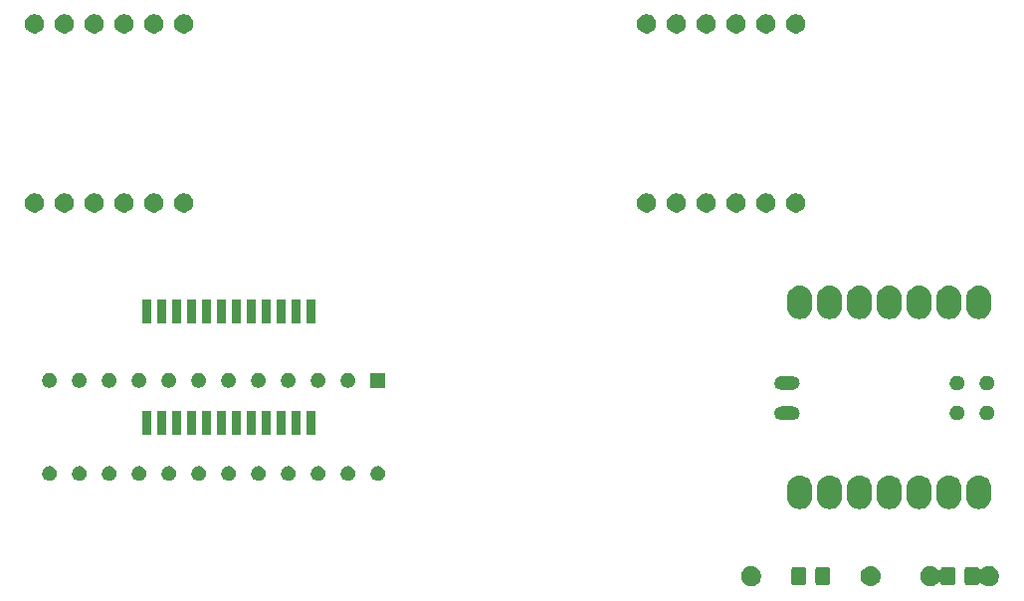
<source format=gts>
G04 #@! TF.GenerationSoftware,KiCad,Pcbnew,(5.1.2-1)-1*
G04 #@! TF.CreationDate,2020-07-06T20:22:29+09:00*
G04 #@! TF.ProjectId,usb_7seg,7573625f-3773-4656-972e-6b696361645f,rev?*
G04 #@! TF.SameCoordinates,Original*
G04 #@! TF.FileFunction,Soldermask,Top*
G04 #@! TF.FilePolarity,Negative*
%FSLAX46Y46*%
G04 Gerber Fmt 4.6, Leading zero omitted, Abs format (unit mm)*
G04 Created by KiCad (PCBNEW (5.1.2-1)-1) date 2020-07-06 20:22:29*
%MOMM*%
%LPD*%
G04 APERTURE LIST*
%ADD10C,0.100000*%
G04 APERTURE END LIST*
D10*
G36*
X132248228Y-81731703D02*
G01*
X132403100Y-81795853D01*
X132542481Y-81888985D01*
X132661015Y-82007519D01*
X132754147Y-82146900D01*
X132818297Y-82301772D01*
X132851000Y-82466184D01*
X132851000Y-82633816D01*
X132818297Y-82798228D01*
X132754147Y-82953100D01*
X132661015Y-83092481D01*
X132542481Y-83211015D01*
X132403100Y-83304147D01*
X132248228Y-83368297D01*
X132083816Y-83401000D01*
X131916184Y-83401000D01*
X131751772Y-83368297D01*
X131596900Y-83304147D01*
X131457519Y-83211015D01*
X131380228Y-83133724D01*
X131361292Y-83118184D01*
X131339681Y-83106633D01*
X131316232Y-83099520D01*
X131291846Y-83097118D01*
X131267460Y-83099520D01*
X131244011Y-83106633D01*
X131222400Y-83118184D01*
X131203458Y-83133729D01*
X131187913Y-83152671D01*
X131181019Y-83165569D01*
X131180905Y-83165508D01*
X131156534Y-83211103D01*
X131131548Y-83241548D01*
X131101103Y-83266534D01*
X131066367Y-83285101D01*
X131028674Y-83296535D01*
X130983339Y-83301000D01*
X130146661Y-83301000D01*
X130101326Y-83296535D01*
X130063633Y-83285101D01*
X130028897Y-83266534D01*
X129998452Y-83241548D01*
X129973466Y-83211103D01*
X129954899Y-83176367D01*
X129943465Y-83138674D01*
X129939000Y-83093339D01*
X129939000Y-82006661D01*
X129943465Y-81961326D01*
X129954899Y-81923633D01*
X129973466Y-81888897D01*
X129998452Y-81858452D01*
X130028897Y-81833466D01*
X130063633Y-81814899D01*
X130101326Y-81803465D01*
X130146661Y-81799000D01*
X130983339Y-81799000D01*
X131028674Y-81803465D01*
X131066367Y-81814899D01*
X131101103Y-81833466D01*
X131131548Y-81858452D01*
X131156534Y-81888897D01*
X131179755Y-81932341D01*
X131181594Y-81936783D01*
X131195203Y-81957160D01*
X131212526Y-81974491D01*
X131232898Y-81988109D01*
X131255535Y-81997492D01*
X131279567Y-82002277D01*
X131304071Y-82002283D01*
X131328105Y-81997507D01*
X131350746Y-81988135D01*
X131371123Y-81974526D01*
X131380223Y-81966281D01*
X131457519Y-81888985D01*
X131596900Y-81795853D01*
X131751772Y-81731703D01*
X131916184Y-81699000D01*
X132083816Y-81699000D01*
X132248228Y-81731703D01*
X132248228Y-81731703D01*
G37*
G36*
X127248228Y-81731703D02*
G01*
X127403100Y-81795853D01*
X127542481Y-81888985D01*
X127661015Y-82007519D01*
X127661017Y-82007522D01*
X127665550Y-82014306D01*
X127681095Y-82033248D01*
X127700037Y-82048794D01*
X127721648Y-82060345D01*
X127745097Y-82067458D01*
X127769483Y-82069860D01*
X127793869Y-82067458D01*
X127817318Y-82060345D01*
X127838928Y-82048794D01*
X127857870Y-82033249D01*
X127873416Y-82014307D01*
X127884967Y-81992696D01*
X127889876Y-81973100D01*
X127889892Y-81973105D01*
X127904899Y-81923633D01*
X127923466Y-81888897D01*
X127948452Y-81858452D01*
X127978897Y-81833466D01*
X128013633Y-81814899D01*
X128051326Y-81803465D01*
X128096661Y-81799000D01*
X128933339Y-81799000D01*
X128978674Y-81803465D01*
X129016367Y-81814899D01*
X129051103Y-81833466D01*
X129081548Y-81858452D01*
X129106534Y-81888897D01*
X129125101Y-81923633D01*
X129136535Y-81961326D01*
X129141000Y-82006661D01*
X129141000Y-83093339D01*
X129136535Y-83138674D01*
X129125101Y-83176367D01*
X129106534Y-83211103D01*
X129081548Y-83241548D01*
X129051103Y-83266534D01*
X129016367Y-83285101D01*
X128978674Y-83296535D01*
X128933339Y-83301000D01*
X128096661Y-83301000D01*
X128051326Y-83296535D01*
X128013633Y-83285101D01*
X127978897Y-83266534D01*
X127948452Y-83241548D01*
X127923466Y-83211103D01*
X127904899Y-83176367D01*
X127892236Y-83134622D01*
X127889099Y-83118853D01*
X127879722Y-83096214D01*
X127866108Y-83075840D01*
X127848781Y-83058513D01*
X127828407Y-83044900D01*
X127805768Y-83035522D01*
X127781735Y-83030742D01*
X127757230Y-83030742D01*
X127733197Y-83035523D01*
X127710558Y-83044900D01*
X127690184Y-83058514D01*
X127665550Y-83085694D01*
X127661015Y-83092481D01*
X127542481Y-83211015D01*
X127403100Y-83304147D01*
X127248228Y-83368297D01*
X127083816Y-83401000D01*
X126916184Y-83401000D01*
X126751772Y-83368297D01*
X126596900Y-83304147D01*
X126457519Y-83211015D01*
X126338985Y-83092481D01*
X126245853Y-82953100D01*
X126181703Y-82798228D01*
X126149000Y-82633816D01*
X126149000Y-82466184D01*
X126181703Y-82301772D01*
X126245853Y-82146900D01*
X126338985Y-82007519D01*
X126457519Y-81888985D01*
X126596900Y-81795853D01*
X126751772Y-81731703D01*
X126916184Y-81699000D01*
X127083816Y-81699000D01*
X127248228Y-81731703D01*
X127248228Y-81731703D01*
G37*
G36*
X122086823Y-81711313D02*
G01*
X122247242Y-81759976D01*
X122359011Y-81819718D01*
X122395078Y-81838996D01*
X122524659Y-81945341D01*
X122631004Y-82074922D01*
X122631005Y-82074924D01*
X122710024Y-82222758D01*
X122758687Y-82383177D01*
X122775117Y-82550000D01*
X122758687Y-82716823D01*
X122710024Y-82877242D01*
X122669477Y-82953100D01*
X122631004Y-83025078D01*
X122524659Y-83154659D01*
X122395078Y-83261004D01*
X122395076Y-83261005D01*
X122247242Y-83340024D01*
X122086823Y-83388687D01*
X121961804Y-83401000D01*
X121878196Y-83401000D01*
X121753177Y-83388687D01*
X121592758Y-83340024D01*
X121444924Y-83261005D01*
X121444922Y-83261004D01*
X121315341Y-83154659D01*
X121208996Y-83025078D01*
X121170523Y-82953100D01*
X121129976Y-82877242D01*
X121081313Y-82716823D01*
X121064883Y-82550000D01*
X121081313Y-82383177D01*
X121129976Y-82222758D01*
X121208995Y-82074924D01*
X121208996Y-82074922D01*
X121315341Y-81945341D01*
X121444922Y-81838996D01*
X121480989Y-81819718D01*
X121592758Y-81759976D01*
X121753177Y-81711313D01*
X121878196Y-81699000D01*
X121961804Y-81699000D01*
X122086823Y-81711313D01*
X122086823Y-81711313D01*
G37*
G36*
X112008228Y-81731703D02*
G01*
X112163100Y-81795853D01*
X112302481Y-81888985D01*
X112421015Y-82007519D01*
X112514147Y-82146900D01*
X112578297Y-82301772D01*
X112611000Y-82466184D01*
X112611000Y-82633816D01*
X112578297Y-82798228D01*
X112514147Y-82953100D01*
X112421015Y-83092481D01*
X112302481Y-83211015D01*
X112163100Y-83304147D01*
X112008228Y-83368297D01*
X111843816Y-83401000D01*
X111676184Y-83401000D01*
X111511772Y-83368297D01*
X111356900Y-83304147D01*
X111217519Y-83211015D01*
X111098985Y-83092481D01*
X111005853Y-82953100D01*
X110941703Y-82798228D01*
X110909000Y-82633816D01*
X110909000Y-82466184D01*
X110941703Y-82301772D01*
X111005853Y-82146900D01*
X111098985Y-82007519D01*
X111217519Y-81888985D01*
X111356900Y-81795853D01*
X111511772Y-81731703D01*
X111676184Y-81699000D01*
X111843816Y-81699000D01*
X112008228Y-81731703D01*
X112008228Y-81731703D01*
G37*
G36*
X118328674Y-81803465D02*
G01*
X118366367Y-81814899D01*
X118401103Y-81833466D01*
X118431548Y-81858452D01*
X118456534Y-81888897D01*
X118475101Y-81923633D01*
X118486535Y-81961326D01*
X118491000Y-82006661D01*
X118491000Y-83093339D01*
X118486535Y-83138674D01*
X118475101Y-83176367D01*
X118456534Y-83211103D01*
X118431548Y-83241548D01*
X118401103Y-83266534D01*
X118366367Y-83285101D01*
X118328674Y-83296535D01*
X118283339Y-83301000D01*
X117446661Y-83301000D01*
X117401326Y-83296535D01*
X117363633Y-83285101D01*
X117328897Y-83266534D01*
X117298452Y-83241548D01*
X117273466Y-83211103D01*
X117254899Y-83176367D01*
X117243465Y-83138674D01*
X117239000Y-83093339D01*
X117239000Y-82006661D01*
X117243465Y-81961326D01*
X117254899Y-81923633D01*
X117273466Y-81888897D01*
X117298452Y-81858452D01*
X117328897Y-81833466D01*
X117363633Y-81814899D01*
X117401326Y-81803465D01*
X117446661Y-81799000D01*
X118283339Y-81799000D01*
X118328674Y-81803465D01*
X118328674Y-81803465D01*
G37*
G36*
X116278674Y-81803465D02*
G01*
X116316367Y-81814899D01*
X116351103Y-81833466D01*
X116381548Y-81858452D01*
X116406534Y-81888897D01*
X116425101Y-81923633D01*
X116436535Y-81961326D01*
X116441000Y-82006661D01*
X116441000Y-83093339D01*
X116436535Y-83138674D01*
X116425101Y-83176367D01*
X116406534Y-83211103D01*
X116381548Y-83241548D01*
X116351103Y-83266534D01*
X116316367Y-83285101D01*
X116278674Y-83296535D01*
X116233339Y-83301000D01*
X115396661Y-83301000D01*
X115351326Y-83296535D01*
X115313633Y-83285101D01*
X115278897Y-83266534D01*
X115248452Y-83241548D01*
X115223466Y-83211103D01*
X115204899Y-83176367D01*
X115193465Y-83138674D01*
X115189000Y-83093339D01*
X115189000Y-82006661D01*
X115193465Y-81961326D01*
X115204899Y-81923633D01*
X115223466Y-81888897D01*
X115248452Y-81858452D01*
X115278897Y-81833466D01*
X115313633Y-81814899D01*
X115351326Y-81803465D01*
X115396661Y-81799000D01*
X116233339Y-81799000D01*
X116278674Y-81803465D01*
X116278674Y-81803465D01*
G37*
G36*
X131353748Y-74007740D02*
G01*
X131353751Y-74007741D01*
X131353752Y-74007741D01*
X131551770Y-74067809D01*
X131551773Y-74067811D01*
X131551774Y-74067811D01*
X131734263Y-74165353D01*
X131894223Y-74296627D01*
X132025497Y-74456587D01*
X132123040Y-74639078D01*
X132183110Y-74837101D01*
X132198310Y-74991430D01*
X132198310Y-75843931D01*
X132183110Y-75998258D01*
X132183109Y-75998261D01*
X132183109Y-75998262D01*
X132123041Y-76196280D01*
X132123039Y-76196283D01*
X132123039Y-76196284D01*
X132025497Y-76378773D01*
X131894223Y-76538733D01*
X131775932Y-76635810D01*
X131734264Y-76670006D01*
X131551769Y-76767551D01*
X131353751Y-76827619D01*
X131353750Y-76827619D01*
X131353747Y-76827620D01*
X131147820Y-76847902D01*
X130941892Y-76827620D01*
X130941889Y-76827619D01*
X130941888Y-76827619D01*
X130743870Y-76767551D01*
X130743866Y-76767549D01*
X130561377Y-76670007D01*
X130401417Y-76538733D01*
X130304340Y-76420442D01*
X130270144Y-76378774D01*
X130172599Y-76196279D01*
X130112531Y-75998261D01*
X130112531Y-75998260D01*
X130112530Y-75998257D01*
X130097330Y-75843930D01*
X130097330Y-74991429D01*
X130112530Y-74837102D01*
X130172601Y-74639077D01*
X130270144Y-74456587D01*
X130401418Y-74296627D01*
X130561378Y-74165353D01*
X130743867Y-74067811D01*
X130743868Y-74067811D01*
X130743871Y-74067809D01*
X130941889Y-74007741D01*
X130941890Y-74007741D01*
X130941893Y-74007740D01*
X131147820Y-73987458D01*
X131353748Y-74007740D01*
X131353748Y-74007740D01*
G37*
G36*
X128813748Y-74007740D02*
G01*
X128813751Y-74007741D01*
X128813752Y-74007741D01*
X129011770Y-74067809D01*
X129011773Y-74067811D01*
X129011774Y-74067811D01*
X129194263Y-74165353D01*
X129354223Y-74296627D01*
X129485497Y-74456587D01*
X129583040Y-74639078D01*
X129643110Y-74837101D01*
X129658310Y-74991430D01*
X129658310Y-75843931D01*
X129643110Y-75998258D01*
X129643109Y-75998261D01*
X129643109Y-75998262D01*
X129583041Y-76196280D01*
X129583039Y-76196283D01*
X129583039Y-76196284D01*
X129485497Y-76378773D01*
X129354223Y-76538733D01*
X129235932Y-76635810D01*
X129194264Y-76670006D01*
X129011769Y-76767551D01*
X128813751Y-76827619D01*
X128813750Y-76827619D01*
X128813747Y-76827620D01*
X128607820Y-76847902D01*
X128401892Y-76827620D01*
X128401889Y-76827619D01*
X128401888Y-76827619D01*
X128203870Y-76767551D01*
X128203866Y-76767549D01*
X128021377Y-76670007D01*
X127861417Y-76538733D01*
X127764340Y-76420442D01*
X127730144Y-76378774D01*
X127632599Y-76196279D01*
X127572531Y-75998261D01*
X127572531Y-75998260D01*
X127572530Y-75998257D01*
X127557330Y-75843930D01*
X127557330Y-74991429D01*
X127572530Y-74837102D01*
X127632601Y-74639077D01*
X127730144Y-74456587D01*
X127861418Y-74296627D01*
X128021378Y-74165353D01*
X128203867Y-74067811D01*
X128203868Y-74067811D01*
X128203871Y-74067809D01*
X128401889Y-74007741D01*
X128401890Y-74007741D01*
X128401893Y-74007740D01*
X128607820Y-73987458D01*
X128813748Y-74007740D01*
X128813748Y-74007740D01*
G37*
G36*
X126273748Y-74007740D02*
G01*
X126273751Y-74007741D01*
X126273752Y-74007741D01*
X126471770Y-74067809D01*
X126471773Y-74067811D01*
X126471774Y-74067811D01*
X126654263Y-74165353D01*
X126814223Y-74296627D01*
X126945497Y-74456587D01*
X127043040Y-74639078D01*
X127103110Y-74837101D01*
X127118310Y-74991430D01*
X127118310Y-75843931D01*
X127103110Y-75998258D01*
X127103109Y-75998261D01*
X127103109Y-75998262D01*
X127043041Y-76196280D01*
X127043039Y-76196283D01*
X127043039Y-76196284D01*
X126945497Y-76378773D01*
X126814223Y-76538733D01*
X126695932Y-76635810D01*
X126654264Y-76670006D01*
X126471769Y-76767551D01*
X126273751Y-76827619D01*
X126273750Y-76827619D01*
X126273747Y-76827620D01*
X126067820Y-76847902D01*
X125861892Y-76827620D01*
X125861889Y-76827619D01*
X125861888Y-76827619D01*
X125663870Y-76767551D01*
X125663866Y-76767549D01*
X125481377Y-76670007D01*
X125321417Y-76538733D01*
X125224340Y-76420442D01*
X125190144Y-76378774D01*
X125092599Y-76196279D01*
X125032531Y-75998261D01*
X125032531Y-75998260D01*
X125032530Y-75998257D01*
X125017330Y-75843930D01*
X125017330Y-74991429D01*
X125032530Y-74837102D01*
X125092601Y-74639077D01*
X125190144Y-74456587D01*
X125321418Y-74296627D01*
X125481378Y-74165353D01*
X125663867Y-74067811D01*
X125663868Y-74067811D01*
X125663871Y-74067809D01*
X125861889Y-74007741D01*
X125861890Y-74007741D01*
X125861893Y-74007740D01*
X126067820Y-73987458D01*
X126273748Y-74007740D01*
X126273748Y-74007740D01*
G37*
G36*
X123733748Y-74007740D02*
G01*
X123733751Y-74007741D01*
X123733752Y-74007741D01*
X123931770Y-74067809D01*
X123931773Y-74067811D01*
X123931774Y-74067811D01*
X124114263Y-74165353D01*
X124274223Y-74296627D01*
X124405497Y-74456587D01*
X124503040Y-74639078D01*
X124563110Y-74837101D01*
X124578310Y-74991430D01*
X124578310Y-75843931D01*
X124563110Y-75998258D01*
X124563109Y-75998261D01*
X124563109Y-75998262D01*
X124503041Y-76196280D01*
X124503039Y-76196283D01*
X124503039Y-76196284D01*
X124405497Y-76378773D01*
X124274223Y-76538733D01*
X124155932Y-76635810D01*
X124114264Y-76670006D01*
X123931769Y-76767551D01*
X123733751Y-76827619D01*
X123733750Y-76827619D01*
X123733747Y-76827620D01*
X123527820Y-76847902D01*
X123321892Y-76827620D01*
X123321889Y-76827619D01*
X123321888Y-76827619D01*
X123123870Y-76767551D01*
X123123866Y-76767549D01*
X122941377Y-76670007D01*
X122781417Y-76538733D01*
X122684340Y-76420442D01*
X122650144Y-76378774D01*
X122552599Y-76196279D01*
X122492531Y-75998261D01*
X122492531Y-75998260D01*
X122492530Y-75998257D01*
X122477330Y-75843930D01*
X122477330Y-74991429D01*
X122492530Y-74837102D01*
X122552601Y-74639077D01*
X122650144Y-74456587D01*
X122781418Y-74296627D01*
X122941378Y-74165353D01*
X123123867Y-74067811D01*
X123123868Y-74067811D01*
X123123871Y-74067809D01*
X123321889Y-74007741D01*
X123321890Y-74007741D01*
X123321893Y-74007740D01*
X123527820Y-73987458D01*
X123733748Y-74007740D01*
X123733748Y-74007740D01*
G37*
G36*
X121193748Y-74007740D02*
G01*
X121193751Y-74007741D01*
X121193752Y-74007741D01*
X121391770Y-74067809D01*
X121391773Y-74067811D01*
X121391774Y-74067811D01*
X121574263Y-74165353D01*
X121734223Y-74296627D01*
X121865497Y-74456587D01*
X121963040Y-74639078D01*
X122023110Y-74837101D01*
X122038310Y-74991430D01*
X122038310Y-75843931D01*
X122023110Y-75998258D01*
X122023109Y-75998261D01*
X122023109Y-75998262D01*
X121963041Y-76196280D01*
X121963039Y-76196283D01*
X121963039Y-76196284D01*
X121865497Y-76378773D01*
X121734223Y-76538733D01*
X121615932Y-76635810D01*
X121574264Y-76670006D01*
X121391769Y-76767551D01*
X121193751Y-76827619D01*
X121193750Y-76827619D01*
X121193747Y-76827620D01*
X120987820Y-76847902D01*
X120781892Y-76827620D01*
X120781889Y-76827619D01*
X120781888Y-76827619D01*
X120583870Y-76767551D01*
X120583866Y-76767549D01*
X120401377Y-76670007D01*
X120241417Y-76538733D01*
X120144340Y-76420442D01*
X120110144Y-76378774D01*
X120012599Y-76196279D01*
X119952531Y-75998261D01*
X119952531Y-75998260D01*
X119952530Y-75998257D01*
X119937330Y-75843930D01*
X119937330Y-74991429D01*
X119952530Y-74837102D01*
X120012601Y-74639077D01*
X120110144Y-74456587D01*
X120241418Y-74296627D01*
X120401378Y-74165353D01*
X120583867Y-74067811D01*
X120583868Y-74067811D01*
X120583871Y-74067809D01*
X120781889Y-74007741D01*
X120781890Y-74007741D01*
X120781893Y-74007740D01*
X120987820Y-73987458D01*
X121193748Y-74007740D01*
X121193748Y-74007740D01*
G37*
G36*
X118653748Y-74007740D02*
G01*
X118653751Y-74007741D01*
X118653752Y-74007741D01*
X118851770Y-74067809D01*
X118851773Y-74067811D01*
X118851774Y-74067811D01*
X119034263Y-74165353D01*
X119194223Y-74296627D01*
X119325497Y-74456587D01*
X119423040Y-74639078D01*
X119483110Y-74837101D01*
X119498310Y-74991430D01*
X119498310Y-75843931D01*
X119483110Y-75998258D01*
X119483109Y-75998261D01*
X119483109Y-75998262D01*
X119423041Y-76196280D01*
X119423039Y-76196283D01*
X119423039Y-76196284D01*
X119325497Y-76378773D01*
X119194223Y-76538733D01*
X119075932Y-76635810D01*
X119034264Y-76670006D01*
X118851769Y-76767551D01*
X118653751Y-76827619D01*
X118653750Y-76827619D01*
X118653747Y-76827620D01*
X118447820Y-76847902D01*
X118241892Y-76827620D01*
X118241889Y-76827619D01*
X118241888Y-76827619D01*
X118043870Y-76767551D01*
X118043866Y-76767549D01*
X117861377Y-76670007D01*
X117701417Y-76538733D01*
X117604340Y-76420442D01*
X117570144Y-76378774D01*
X117472599Y-76196279D01*
X117412531Y-75998261D01*
X117412531Y-75998260D01*
X117412530Y-75998257D01*
X117397330Y-75843930D01*
X117397330Y-74991429D01*
X117412530Y-74837102D01*
X117472601Y-74639077D01*
X117570144Y-74456587D01*
X117701418Y-74296627D01*
X117861378Y-74165353D01*
X118043867Y-74067811D01*
X118043868Y-74067811D01*
X118043871Y-74067809D01*
X118241889Y-74007741D01*
X118241890Y-74007741D01*
X118241893Y-74007740D01*
X118447820Y-73987458D01*
X118653748Y-74007740D01*
X118653748Y-74007740D01*
G37*
G36*
X116113748Y-74007740D02*
G01*
X116113751Y-74007741D01*
X116113752Y-74007741D01*
X116311770Y-74067809D01*
X116311773Y-74067811D01*
X116311774Y-74067811D01*
X116494263Y-74165353D01*
X116654223Y-74296627D01*
X116785497Y-74456587D01*
X116883040Y-74639078D01*
X116943110Y-74837101D01*
X116958310Y-74991430D01*
X116958310Y-75843931D01*
X116943110Y-75998258D01*
X116943109Y-75998261D01*
X116943109Y-75998262D01*
X116883041Y-76196280D01*
X116883039Y-76196283D01*
X116883039Y-76196284D01*
X116785497Y-76378773D01*
X116654223Y-76538733D01*
X116535932Y-76635810D01*
X116494264Y-76670006D01*
X116311769Y-76767551D01*
X116113751Y-76827619D01*
X116113750Y-76827619D01*
X116113747Y-76827620D01*
X115907820Y-76847902D01*
X115701892Y-76827620D01*
X115701889Y-76827619D01*
X115701888Y-76827619D01*
X115503870Y-76767551D01*
X115503866Y-76767549D01*
X115321377Y-76670007D01*
X115161417Y-76538733D01*
X115064340Y-76420442D01*
X115030144Y-76378774D01*
X114932599Y-76196279D01*
X114872531Y-75998261D01*
X114872531Y-75998260D01*
X114872530Y-75998257D01*
X114857330Y-75843930D01*
X114857330Y-74991429D01*
X114872530Y-74837102D01*
X114932601Y-74639077D01*
X115030144Y-74456587D01*
X115161418Y-74296627D01*
X115321378Y-74165353D01*
X115503867Y-74067811D01*
X115503868Y-74067811D01*
X115503871Y-74067809D01*
X115701889Y-74007741D01*
X115701890Y-74007741D01*
X115701893Y-74007740D01*
X115907820Y-73987458D01*
X116113748Y-74007740D01*
X116113748Y-74007740D01*
G37*
G36*
X75114056Y-73213249D02*
G01*
X75228891Y-73260815D01*
X75332239Y-73329870D01*
X75420130Y-73417761D01*
X75489185Y-73521109D01*
X75536751Y-73635944D01*
X75561000Y-73757852D01*
X75561000Y-73882148D01*
X75536751Y-74004056D01*
X75489185Y-74118891D01*
X75420130Y-74222239D01*
X75332239Y-74310130D01*
X75228891Y-74379185D01*
X75228890Y-74379186D01*
X75228889Y-74379186D01*
X75114056Y-74426751D01*
X74992149Y-74451000D01*
X74867851Y-74451000D01*
X74745944Y-74426751D01*
X74631111Y-74379186D01*
X74631110Y-74379186D01*
X74631109Y-74379185D01*
X74527761Y-74310130D01*
X74439870Y-74222239D01*
X74370815Y-74118891D01*
X74323249Y-74004056D01*
X74299000Y-73882148D01*
X74299000Y-73757852D01*
X74323249Y-73635944D01*
X74370815Y-73521109D01*
X74439870Y-73417761D01*
X74527761Y-73329870D01*
X74631109Y-73260815D01*
X74745944Y-73213249D01*
X74867851Y-73189000D01*
X74992149Y-73189000D01*
X75114056Y-73213249D01*
X75114056Y-73213249D01*
G37*
G36*
X72574056Y-73213249D02*
G01*
X72688891Y-73260815D01*
X72792239Y-73329870D01*
X72880130Y-73417761D01*
X72949185Y-73521109D01*
X72996751Y-73635944D01*
X73021000Y-73757852D01*
X73021000Y-73882148D01*
X72996751Y-74004056D01*
X72949185Y-74118891D01*
X72880130Y-74222239D01*
X72792239Y-74310130D01*
X72688891Y-74379185D01*
X72688890Y-74379186D01*
X72688889Y-74379186D01*
X72574056Y-74426751D01*
X72452149Y-74451000D01*
X72327851Y-74451000D01*
X72205944Y-74426751D01*
X72091111Y-74379186D01*
X72091110Y-74379186D01*
X72091109Y-74379185D01*
X71987761Y-74310130D01*
X71899870Y-74222239D01*
X71830815Y-74118891D01*
X71783249Y-74004056D01*
X71759000Y-73882148D01*
X71759000Y-73757852D01*
X71783249Y-73635944D01*
X71830815Y-73521109D01*
X71899870Y-73417761D01*
X71987761Y-73329870D01*
X72091109Y-73260815D01*
X72205944Y-73213249D01*
X72327851Y-73189000D01*
X72452149Y-73189000D01*
X72574056Y-73213249D01*
X72574056Y-73213249D01*
G37*
G36*
X70034056Y-73213249D02*
G01*
X70148891Y-73260815D01*
X70252239Y-73329870D01*
X70340130Y-73417761D01*
X70409185Y-73521109D01*
X70456751Y-73635944D01*
X70481000Y-73757852D01*
X70481000Y-73882148D01*
X70456751Y-74004056D01*
X70409185Y-74118891D01*
X70340130Y-74222239D01*
X70252239Y-74310130D01*
X70148891Y-74379185D01*
X70148890Y-74379186D01*
X70148889Y-74379186D01*
X70034056Y-74426751D01*
X69912149Y-74451000D01*
X69787851Y-74451000D01*
X69665944Y-74426751D01*
X69551111Y-74379186D01*
X69551110Y-74379186D01*
X69551109Y-74379185D01*
X69447761Y-74310130D01*
X69359870Y-74222239D01*
X69290815Y-74118891D01*
X69243249Y-74004056D01*
X69219000Y-73882148D01*
X69219000Y-73757852D01*
X69243249Y-73635944D01*
X69290815Y-73521109D01*
X69359870Y-73417761D01*
X69447761Y-73329870D01*
X69551109Y-73260815D01*
X69665944Y-73213249D01*
X69787851Y-73189000D01*
X69912149Y-73189000D01*
X70034056Y-73213249D01*
X70034056Y-73213249D01*
G37*
G36*
X67494056Y-73213249D02*
G01*
X67608891Y-73260815D01*
X67712239Y-73329870D01*
X67800130Y-73417761D01*
X67869185Y-73521109D01*
X67916751Y-73635944D01*
X67941000Y-73757852D01*
X67941000Y-73882148D01*
X67916751Y-74004056D01*
X67869185Y-74118891D01*
X67800130Y-74222239D01*
X67712239Y-74310130D01*
X67608891Y-74379185D01*
X67608890Y-74379186D01*
X67608889Y-74379186D01*
X67494056Y-74426751D01*
X67372149Y-74451000D01*
X67247851Y-74451000D01*
X67125944Y-74426751D01*
X67011111Y-74379186D01*
X67011110Y-74379186D01*
X67011109Y-74379185D01*
X66907761Y-74310130D01*
X66819870Y-74222239D01*
X66750815Y-74118891D01*
X66703249Y-74004056D01*
X66679000Y-73882148D01*
X66679000Y-73757852D01*
X66703249Y-73635944D01*
X66750815Y-73521109D01*
X66819870Y-73417761D01*
X66907761Y-73329870D01*
X67011109Y-73260815D01*
X67125944Y-73213249D01*
X67247851Y-73189000D01*
X67372149Y-73189000D01*
X67494056Y-73213249D01*
X67494056Y-73213249D01*
G37*
G36*
X64954056Y-73213249D02*
G01*
X65068891Y-73260815D01*
X65172239Y-73329870D01*
X65260130Y-73417761D01*
X65329185Y-73521109D01*
X65376751Y-73635944D01*
X65401000Y-73757852D01*
X65401000Y-73882148D01*
X65376751Y-74004056D01*
X65329185Y-74118891D01*
X65260130Y-74222239D01*
X65172239Y-74310130D01*
X65068891Y-74379185D01*
X65068890Y-74379186D01*
X65068889Y-74379186D01*
X64954056Y-74426751D01*
X64832149Y-74451000D01*
X64707851Y-74451000D01*
X64585944Y-74426751D01*
X64471111Y-74379186D01*
X64471110Y-74379186D01*
X64471109Y-74379185D01*
X64367761Y-74310130D01*
X64279870Y-74222239D01*
X64210815Y-74118891D01*
X64163249Y-74004056D01*
X64139000Y-73882148D01*
X64139000Y-73757852D01*
X64163249Y-73635944D01*
X64210815Y-73521109D01*
X64279870Y-73417761D01*
X64367761Y-73329870D01*
X64471109Y-73260815D01*
X64585944Y-73213249D01*
X64707851Y-73189000D01*
X64832149Y-73189000D01*
X64954056Y-73213249D01*
X64954056Y-73213249D01*
G37*
G36*
X62414056Y-73213249D02*
G01*
X62528891Y-73260815D01*
X62632239Y-73329870D01*
X62720130Y-73417761D01*
X62789185Y-73521109D01*
X62836751Y-73635944D01*
X62861000Y-73757852D01*
X62861000Y-73882148D01*
X62836751Y-74004056D01*
X62789185Y-74118891D01*
X62720130Y-74222239D01*
X62632239Y-74310130D01*
X62528891Y-74379185D01*
X62528890Y-74379186D01*
X62528889Y-74379186D01*
X62414056Y-74426751D01*
X62292149Y-74451000D01*
X62167851Y-74451000D01*
X62045944Y-74426751D01*
X61931111Y-74379186D01*
X61931110Y-74379186D01*
X61931109Y-74379185D01*
X61827761Y-74310130D01*
X61739870Y-74222239D01*
X61670815Y-74118891D01*
X61623249Y-74004056D01*
X61599000Y-73882148D01*
X61599000Y-73757852D01*
X61623249Y-73635944D01*
X61670815Y-73521109D01*
X61739870Y-73417761D01*
X61827761Y-73329870D01*
X61931109Y-73260815D01*
X62045944Y-73213249D01*
X62167851Y-73189000D01*
X62292149Y-73189000D01*
X62414056Y-73213249D01*
X62414056Y-73213249D01*
G37*
G36*
X59874056Y-73213249D02*
G01*
X59988891Y-73260815D01*
X60092239Y-73329870D01*
X60180130Y-73417761D01*
X60249185Y-73521109D01*
X60296751Y-73635944D01*
X60321000Y-73757852D01*
X60321000Y-73882148D01*
X60296751Y-74004056D01*
X60249185Y-74118891D01*
X60180130Y-74222239D01*
X60092239Y-74310130D01*
X59988891Y-74379185D01*
X59988890Y-74379186D01*
X59988889Y-74379186D01*
X59874056Y-74426751D01*
X59752149Y-74451000D01*
X59627851Y-74451000D01*
X59505944Y-74426751D01*
X59391111Y-74379186D01*
X59391110Y-74379186D01*
X59391109Y-74379185D01*
X59287761Y-74310130D01*
X59199870Y-74222239D01*
X59130815Y-74118891D01*
X59083249Y-74004056D01*
X59059000Y-73882148D01*
X59059000Y-73757852D01*
X59083249Y-73635944D01*
X59130815Y-73521109D01*
X59199870Y-73417761D01*
X59287761Y-73329870D01*
X59391109Y-73260815D01*
X59505944Y-73213249D01*
X59627851Y-73189000D01*
X59752149Y-73189000D01*
X59874056Y-73213249D01*
X59874056Y-73213249D01*
G37*
G36*
X57334056Y-73213249D02*
G01*
X57448891Y-73260815D01*
X57552239Y-73329870D01*
X57640130Y-73417761D01*
X57709185Y-73521109D01*
X57756751Y-73635944D01*
X57781000Y-73757852D01*
X57781000Y-73882148D01*
X57756751Y-74004056D01*
X57709185Y-74118891D01*
X57640130Y-74222239D01*
X57552239Y-74310130D01*
X57448891Y-74379185D01*
X57448890Y-74379186D01*
X57448889Y-74379186D01*
X57334056Y-74426751D01*
X57212149Y-74451000D01*
X57087851Y-74451000D01*
X56965944Y-74426751D01*
X56851111Y-74379186D01*
X56851110Y-74379186D01*
X56851109Y-74379185D01*
X56747761Y-74310130D01*
X56659870Y-74222239D01*
X56590815Y-74118891D01*
X56543249Y-74004056D01*
X56519000Y-73882148D01*
X56519000Y-73757852D01*
X56543249Y-73635944D01*
X56590815Y-73521109D01*
X56659870Y-73417761D01*
X56747761Y-73329870D01*
X56851109Y-73260815D01*
X56965944Y-73213249D01*
X57087851Y-73189000D01*
X57212149Y-73189000D01*
X57334056Y-73213249D01*
X57334056Y-73213249D01*
G37*
G36*
X54794056Y-73213249D02*
G01*
X54908891Y-73260815D01*
X55012239Y-73329870D01*
X55100130Y-73417761D01*
X55169185Y-73521109D01*
X55216751Y-73635944D01*
X55241000Y-73757852D01*
X55241000Y-73882148D01*
X55216751Y-74004056D01*
X55169185Y-74118891D01*
X55100130Y-74222239D01*
X55012239Y-74310130D01*
X54908891Y-74379185D01*
X54908890Y-74379186D01*
X54908889Y-74379186D01*
X54794056Y-74426751D01*
X54672149Y-74451000D01*
X54547851Y-74451000D01*
X54425944Y-74426751D01*
X54311111Y-74379186D01*
X54311110Y-74379186D01*
X54311109Y-74379185D01*
X54207761Y-74310130D01*
X54119870Y-74222239D01*
X54050815Y-74118891D01*
X54003249Y-74004056D01*
X53979000Y-73882148D01*
X53979000Y-73757852D01*
X54003249Y-73635944D01*
X54050815Y-73521109D01*
X54119870Y-73417761D01*
X54207761Y-73329870D01*
X54311109Y-73260815D01*
X54425944Y-73213249D01*
X54547851Y-73189000D01*
X54672149Y-73189000D01*
X54794056Y-73213249D01*
X54794056Y-73213249D01*
G37*
G36*
X52254056Y-73213249D02*
G01*
X52368891Y-73260815D01*
X52472239Y-73329870D01*
X52560130Y-73417761D01*
X52629185Y-73521109D01*
X52676751Y-73635944D01*
X52701000Y-73757852D01*
X52701000Y-73882148D01*
X52676751Y-74004056D01*
X52629185Y-74118891D01*
X52560130Y-74222239D01*
X52472239Y-74310130D01*
X52368891Y-74379185D01*
X52368890Y-74379186D01*
X52368889Y-74379186D01*
X52254056Y-74426751D01*
X52132149Y-74451000D01*
X52007851Y-74451000D01*
X51885944Y-74426751D01*
X51771111Y-74379186D01*
X51771110Y-74379186D01*
X51771109Y-74379185D01*
X51667761Y-74310130D01*
X51579870Y-74222239D01*
X51510815Y-74118891D01*
X51463249Y-74004056D01*
X51439000Y-73882148D01*
X51439000Y-73757852D01*
X51463249Y-73635944D01*
X51510815Y-73521109D01*
X51579870Y-73417761D01*
X51667761Y-73329870D01*
X51771109Y-73260815D01*
X51885944Y-73213249D01*
X52007851Y-73189000D01*
X52132149Y-73189000D01*
X52254056Y-73213249D01*
X52254056Y-73213249D01*
G37*
G36*
X80194056Y-73213249D02*
G01*
X80308891Y-73260815D01*
X80412239Y-73329870D01*
X80500130Y-73417761D01*
X80569185Y-73521109D01*
X80616751Y-73635944D01*
X80641000Y-73757852D01*
X80641000Y-73882148D01*
X80616751Y-74004056D01*
X80569185Y-74118891D01*
X80500130Y-74222239D01*
X80412239Y-74310130D01*
X80308891Y-74379185D01*
X80308890Y-74379186D01*
X80308889Y-74379186D01*
X80194056Y-74426751D01*
X80072149Y-74451000D01*
X79947851Y-74451000D01*
X79825944Y-74426751D01*
X79711111Y-74379186D01*
X79711110Y-74379186D01*
X79711109Y-74379185D01*
X79607761Y-74310130D01*
X79519870Y-74222239D01*
X79450815Y-74118891D01*
X79403249Y-74004056D01*
X79379000Y-73882148D01*
X79379000Y-73757852D01*
X79403249Y-73635944D01*
X79450815Y-73521109D01*
X79519870Y-73417761D01*
X79607761Y-73329870D01*
X79711109Y-73260815D01*
X79825944Y-73213249D01*
X79947851Y-73189000D01*
X80072149Y-73189000D01*
X80194056Y-73213249D01*
X80194056Y-73213249D01*
G37*
G36*
X77654056Y-73213249D02*
G01*
X77768891Y-73260815D01*
X77872239Y-73329870D01*
X77960130Y-73417761D01*
X78029185Y-73521109D01*
X78076751Y-73635944D01*
X78101000Y-73757852D01*
X78101000Y-73882148D01*
X78076751Y-74004056D01*
X78029185Y-74118891D01*
X77960130Y-74222239D01*
X77872239Y-74310130D01*
X77768891Y-74379185D01*
X77768890Y-74379186D01*
X77768889Y-74379186D01*
X77654056Y-74426751D01*
X77532149Y-74451000D01*
X77407851Y-74451000D01*
X77285944Y-74426751D01*
X77171111Y-74379186D01*
X77171110Y-74379186D01*
X77171109Y-74379185D01*
X77067761Y-74310130D01*
X76979870Y-74222239D01*
X76910815Y-74118891D01*
X76863249Y-74004056D01*
X76839000Y-73882148D01*
X76839000Y-73757852D01*
X76863249Y-73635944D01*
X76910815Y-73521109D01*
X76979870Y-73417761D01*
X77067761Y-73329870D01*
X77171109Y-73260815D01*
X77285944Y-73213249D01*
X77407851Y-73189000D01*
X77532149Y-73189000D01*
X77654056Y-73213249D01*
X77654056Y-73213249D01*
G37*
G36*
X69591000Y-70495500D02*
G01*
X68839000Y-70495500D01*
X68839000Y-68468500D01*
X69591000Y-68468500D01*
X69591000Y-70495500D01*
X69591000Y-70495500D01*
G37*
G36*
X63241000Y-70495500D02*
G01*
X62489000Y-70495500D01*
X62489000Y-68468500D01*
X63241000Y-68468500D01*
X63241000Y-70495500D01*
X63241000Y-70495500D01*
G37*
G36*
X68321000Y-70495500D02*
G01*
X67569000Y-70495500D01*
X67569000Y-68468500D01*
X68321000Y-68468500D01*
X68321000Y-70495500D01*
X68321000Y-70495500D01*
G37*
G36*
X67051000Y-70495500D02*
G01*
X66299000Y-70495500D01*
X66299000Y-68468500D01*
X67051000Y-68468500D01*
X67051000Y-70495500D01*
X67051000Y-70495500D01*
G37*
G36*
X65781000Y-70495500D02*
G01*
X65029000Y-70495500D01*
X65029000Y-68468500D01*
X65781000Y-68468500D01*
X65781000Y-70495500D01*
X65781000Y-70495500D01*
G37*
G36*
X64511000Y-70495500D02*
G01*
X63759000Y-70495500D01*
X63759000Y-68468500D01*
X64511000Y-68468500D01*
X64511000Y-70495500D01*
X64511000Y-70495500D01*
G37*
G36*
X61971000Y-70495500D02*
G01*
X61219000Y-70495500D01*
X61219000Y-68468500D01*
X61971000Y-68468500D01*
X61971000Y-70495500D01*
X61971000Y-70495500D01*
G37*
G36*
X60701000Y-70495500D02*
G01*
X59949000Y-70495500D01*
X59949000Y-68468500D01*
X60701000Y-68468500D01*
X60701000Y-70495500D01*
X60701000Y-70495500D01*
G37*
G36*
X70861000Y-70495500D02*
G01*
X70109000Y-70495500D01*
X70109000Y-68468500D01*
X70861000Y-68468500D01*
X70861000Y-70495500D01*
X70861000Y-70495500D01*
G37*
G36*
X72131000Y-70495500D02*
G01*
X71379000Y-70495500D01*
X71379000Y-68468500D01*
X72131000Y-68468500D01*
X72131000Y-70495500D01*
X72131000Y-70495500D01*
G37*
G36*
X73401000Y-70495500D02*
G01*
X72649000Y-70495500D01*
X72649000Y-68468500D01*
X73401000Y-68468500D01*
X73401000Y-70495500D01*
X73401000Y-70495500D01*
G37*
G36*
X74671000Y-70495500D02*
G01*
X73919000Y-70495500D01*
X73919000Y-68468500D01*
X74671000Y-68468500D01*
X74671000Y-70495500D01*
X74671000Y-70495500D01*
G37*
G36*
X129415631Y-68048264D02*
G01*
X129475764Y-68060225D01*
X129513526Y-68075867D01*
X129589053Y-68107151D01*
X129691005Y-68175273D01*
X129777717Y-68261985D01*
X129845839Y-68363937D01*
X129892765Y-68477227D01*
X129916687Y-68597491D01*
X129916687Y-68720115D01*
X129892765Y-68840379D01*
X129845839Y-68953669D01*
X129777717Y-69055621D01*
X129691005Y-69142333D01*
X129589053Y-69210455D01*
X129513526Y-69241739D01*
X129475764Y-69257381D01*
X129415631Y-69269342D01*
X129355499Y-69281303D01*
X129232875Y-69281303D01*
X129172743Y-69269342D01*
X129112610Y-69257381D01*
X129074848Y-69241739D01*
X128999321Y-69210455D01*
X128897369Y-69142333D01*
X128810657Y-69055621D01*
X128742535Y-68953669D01*
X128695609Y-68840379D01*
X128671687Y-68720115D01*
X128671687Y-68597491D01*
X128695609Y-68477227D01*
X128742535Y-68363937D01*
X128810657Y-68261985D01*
X128897369Y-68175273D01*
X128999321Y-68107151D01*
X129074848Y-68075867D01*
X129112610Y-68060225D01*
X129172743Y-68048264D01*
X129232875Y-68036303D01*
X129355499Y-68036303D01*
X129415631Y-68048264D01*
X129415631Y-68048264D01*
G37*
G36*
X131955631Y-68048264D02*
G01*
X132015764Y-68060225D01*
X132053526Y-68075867D01*
X132129053Y-68107151D01*
X132231005Y-68175273D01*
X132317717Y-68261985D01*
X132385839Y-68363937D01*
X132432765Y-68477227D01*
X132456687Y-68597491D01*
X132456687Y-68720115D01*
X132432765Y-68840379D01*
X132385839Y-68953669D01*
X132317717Y-69055621D01*
X132231005Y-69142333D01*
X132129053Y-69210455D01*
X132053526Y-69241739D01*
X132015764Y-69257381D01*
X131955631Y-69269342D01*
X131895499Y-69281303D01*
X131772875Y-69281303D01*
X131712743Y-69269342D01*
X131652610Y-69257381D01*
X131614848Y-69241739D01*
X131539321Y-69210455D01*
X131437369Y-69142333D01*
X131350657Y-69055621D01*
X131282535Y-68953669D01*
X131235609Y-68840379D01*
X131211687Y-68720115D01*
X131211687Y-68597491D01*
X131235609Y-68477227D01*
X131282535Y-68363937D01*
X131350657Y-68261985D01*
X131437369Y-68175273D01*
X131539321Y-68107151D01*
X131614848Y-68075867D01*
X131652610Y-68060225D01*
X131712743Y-68048264D01*
X131772875Y-68036303D01*
X131895499Y-68036303D01*
X131955631Y-68048264D01*
X131955631Y-68048264D01*
G37*
G36*
X115447579Y-68119088D02*
G01*
X115447582Y-68119089D01*
X115447583Y-68119089D01*
X115552955Y-68151053D01*
X115552958Y-68151055D01*
X115552959Y-68151055D01*
X115650065Y-68202959D01*
X115650067Y-68202960D01*
X115650066Y-68202960D01*
X115735185Y-68272815D01*
X115805040Y-68357934D01*
X115856947Y-68455045D01*
X115888911Y-68560417D01*
X115888912Y-68560421D01*
X115899704Y-68670000D01*
X115888912Y-68779579D01*
X115888911Y-68779582D01*
X115888911Y-68779583D01*
X115856947Y-68884955D01*
X115856945Y-68884958D01*
X115856945Y-68884959D01*
X115805041Y-68982065D01*
X115735185Y-69067185D01*
X115650065Y-69137041D01*
X115640164Y-69142333D01*
X115552955Y-69188947D01*
X115447583Y-69220911D01*
X115447582Y-69220911D01*
X115447579Y-69220912D01*
X115365458Y-69229000D01*
X114294542Y-69229000D01*
X114212421Y-69220912D01*
X114212418Y-69220911D01*
X114212417Y-69220911D01*
X114107045Y-69188947D01*
X114019836Y-69142333D01*
X114009935Y-69137041D01*
X113924815Y-69067185D01*
X113854959Y-68982065D01*
X113803055Y-68884959D01*
X113803055Y-68884958D01*
X113803053Y-68884955D01*
X113771089Y-68779583D01*
X113771089Y-68779582D01*
X113771088Y-68779579D01*
X113760296Y-68670000D01*
X113771088Y-68560421D01*
X113771089Y-68560417D01*
X113803053Y-68455045D01*
X113854960Y-68357934D01*
X113924815Y-68272815D01*
X114009934Y-68202960D01*
X114009933Y-68202960D01*
X114009935Y-68202959D01*
X114107041Y-68151055D01*
X114107042Y-68151055D01*
X114107045Y-68151053D01*
X114212417Y-68119089D01*
X114212418Y-68119089D01*
X114212421Y-68119088D01*
X114294542Y-68111000D01*
X115365458Y-68111000D01*
X115447579Y-68119088D01*
X115447579Y-68119088D01*
G37*
G36*
X129415631Y-65508264D02*
G01*
X129475764Y-65520225D01*
X129513526Y-65535867D01*
X129589053Y-65567151D01*
X129691005Y-65635273D01*
X129777717Y-65721985D01*
X129845839Y-65823937D01*
X129892765Y-65937227D01*
X129916687Y-66057491D01*
X129916687Y-66180115D01*
X129892765Y-66300379D01*
X129845839Y-66413669D01*
X129777717Y-66515621D01*
X129691005Y-66602333D01*
X129589053Y-66670455D01*
X129513526Y-66701739D01*
X129475764Y-66717381D01*
X129415631Y-66729342D01*
X129355499Y-66741303D01*
X129232875Y-66741303D01*
X129172743Y-66729342D01*
X129112610Y-66717381D01*
X129074848Y-66701739D01*
X128999321Y-66670455D01*
X128897369Y-66602333D01*
X128810657Y-66515621D01*
X128742535Y-66413669D01*
X128695609Y-66300379D01*
X128671687Y-66180115D01*
X128671687Y-66057491D01*
X128695609Y-65937227D01*
X128742535Y-65823937D01*
X128810657Y-65721985D01*
X128897369Y-65635273D01*
X128999321Y-65567151D01*
X129074848Y-65535867D01*
X129112610Y-65520225D01*
X129172743Y-65508264D01*
X129232875Y-65496303D01*
X129355499Y-65496303D01*
X129415631Y-65508264D01*
X129415631Y-65508264D01*
G37*
G36*
X131955631Y-65508264D02*
G01*
X132015764Y-65520225D01*
X132053526Y-65535867D01*
X132129053Y-65567151D01*
X132231005Y-65635273D01*
X132317717Y-65721985D01*
X132385839Y-65823937D01*
X132432765Y-65937227D01*
X132456687Y-66057491D01*
X132456687Y-66180115D01*
X132432765Y-66300379D01*
X132385839Y-66413669D01*
X132317717Y-66515621D01*
X132231005Y-66602333D01*
X132129053Y-66670455D01*
X132053526Y-66701739D01*
X132015764Y-66717381D01*
X131955631Y-66729342D01*
X131895499Y-66741303D01*
X131772875Y-66741303D01*
X131712743Y-66729342D01*
X131652610Y-66717381D01*
X131614848Y-66701739D01*
X131539321Y-66670455D01*
X131437369Y-66602333D01*
X131350657Y-66515621D01*
X131282535Y-66413669D01*
X131235609Y-66300379D01*
X131211687Y-66180115D01*
X131211687Y-66057491D01*
X131235609Y-65937227D01*
X131282535Y-65823937D01*
X131350657Y-65721985D01*
X131437369Y-65635273D01*
X131539321Y-65567151D01*
X131614848Y-65535867D01*
X131652610Y-65520225D01*
X131712743Y-65508264D01*
X131772875Y-65496303D01*
X131895499Y-65496303D01*
X131955631Y-65508264D01*
X131955631Y-65508264D01*
G37*
G36*
X115447579Y-65569088D02*
G01*
X115447582Y-65569089D01*
X115447583Y-65569089D01*
X115552955Y-65601053D01*
X115552958Y-65601055D01*
X115552959Y-65601055D01*
X115650065Y-65652959D01*
X115735185Y-65722815D01*
X115805041Y-65807935D01*
X115813594Y-65823937D01*
X115856947Y-65905045D01*
X115868202Y-65942149D01*
X115888912Y-66010421D01*
X115899704Y-66120000D01*
X115888912Y-66229579D01*
X115888911Y-66229582D01*
X115888911Y-66229583D01*
X115856947Y-66334955D01*
X115856945Y-66334958D01*
X115856945Y-66334959D01*
X115805041Y-66432065D01*
X115735185Y-66517185D01*
X115650065Y-66587041D01*
X115552959Y-66638945D01*
X115552955Y-66638947D01*
X115447583Y-66670911D01*
X115447582Y-66670911D01*
X115447579Y-66670912D01*
X115365458Y-66679000D01*
X114294542Y-66679000D01*
X114212421Y-66670912D01*
X114212418Y-66670911D01*
X114212417Y-66670911D01*
X114107045Y-66638947D01*
X114107041Y-66638945D01*
X114009935Y-66587041D01*
X113924815Y-66517185D01*
X113854959Y-66432065D01*
X113803055Y-66334959D01*
X113803055Y-66334958D01*
X113803053Y-66334955D01*
X113771089Y-66229583D01*
X113771089Y-66229582D01*
X113771088Y-66229579D01*
X113760296Y-66120000D01*
X113771088Y-66010421D01*
X113791798Y-65942149D01*
X113803053Y-65905045D01*
X113846406Y-65823937D01*
X113854959Y-65807935D01*
X113924815Y-65722815D01*
X114009935Y-65652959D01*
X114107041Y-65601055D01*
X114107042Y-65601055D01*
X114107045Y-65601053D01*
X114212417Y-65569089D01*
X114212418Y-65569089D01*
X114212421Y-65569088D01*
X114294542Y-65561000D01*
X115365458Y-65561000D01*
X115447579Y-65569088D01*
X115447579Y-65569088D01*
G37*
G36*
X57334056Y-65273249D02*
G01*
X57448891Y-65320815D01*
X57552239Y-65389870D01*
X57640130Y-65477761D01*
X57701153Y-65569089D01*
X57709186Y-65581111D01*
X57756751Y-65695944D01*
X57781000Y-65817851D01*
X57781000Y-65942149D01*
X57767420Y-66010421D01*
X57756751Y-66064056D01*
X57709185Y-66178891D01*
X57640130Y-66282239D01*
X57552239Y-66370130D01*
X57448891Y-66439185D01*
X57448890Y-66439186D01*
X57448889Y-66439186D01*
X57334056Y-66486751D01*
X57212149Y-66511000D01*
X57087851Y-66511000D01*
X56965944Y-66486751D01*
X56851111Y-66439186D01*
X56851110Y-66439186D01*
X56851109Y-66439185D01*
X56747761Y-66370130D01*
X56659870Y-66282239D01*
X56590815Y-66178891D01*
X56543249Y-66064056D01*
X56532580Y-66010421D01*
X56519000Y-65942149D01*
X56519000Y-65817851D01*
X56543249Y-65695944D01*
X56590814Y-65581111D01*
X56598847Y-65569089D01*
X56659870Y-65477761D01*
X56747761Y-65389870D01*
X56851109Y-65320815D01*
X56965944Y-65273249D01*
X57087851Y-65249000D01*
X57212149Y-65249000D01*
X57334056Y-65273249D01*
X57334056Y-65273249D01*
G37*
G36*
X77654056Y-65273249D02*
G01*
X77768891Y-65320815D01*
X77872239Y-65389870D01*
X77960130Y-65477761D01*
X78021153Y-65569089D01*
X78029186Y-65581111D01*
X78076751Y-65695944D01*
X78101000Y-65817851D01*
X78101000Y-65942149D01*
X78087420Y-66010421D01*
X78076751Y-66064056D01*
X78029185Y-66178891D01*
X77960130Y-66282239D01*
X77872239Y-66370130D01*
X77768891Y-66439185D01*
X77768890Y-66439186D01*
X77768889Y-66439186D01*
X77654056Y-66486751D01*
X77532149Y-66511000D01*
X77407851Y-66511000D01*
X77285944Y-66486751D01*
X77171111Y-66439186D01*
X77171110Y-66439186D01*
X77171109Y-66439185D01*
X77067761Y-66370130D01*
X76979870Y-66282239D01*
X76910815Y-66178891D01*
X76863249Y-66064056D01*
X76852580Y-66010421D01*
X76839000Y-65942149D01*
X76839000Y-65817851D01*
X76863249Y-65695944D01*
X76910814Y-65581111D01*
X76918847Y-65569089D01*
X76979870Y-65477761D01*
X77067761Y-65389870D01*
X77171109Y-65320815D01*
X77285944Y-65273249D01*
X77407851Y-65249000D01*
X77532149Y-65249000D01*
X77654056Y-65273249D01*
X77654056Y-65273249D01*
G37*
G36*
X52254056Y-65273249D02*
G01*
X52368891Y-65320815D01*
X52472239Y-65389870D01*
X52560130Y-65477761D01*
X52621153Y-65569089D01*
X52629186Y-65581111D01*
X52676751Y-65695944D01*
X52701000Y-65817851D01*
X52701000Y-65942149D01*
X52687420Y-66010421D01*
X52676751Y-66064056D01*
X52629185Y-66178891D01*
X52560130Y-66282239D01*
X52472239Y-66370130D01*
X52368891Y-66439185D01*
X52368890Y-66439186D01*
X52368889Y-66439186D01*
X52254056Y-66486751D01*
X52132149Y-66511000D01*
X52007851Y-66511000D01*
X51885944Y-66486751D01*
X51771111Y-66439186D01*
X51771110Y-66439186D01*
X51771109Y-66439185D01*
X51667761Y-66370130D01*
X51579870Y-66282239D01*
X51510815Y-66178891D01*
X51463249Y-66064056D01*
X51452580Y-66010421D01*
X51439000Y-65942149D01*
X51439000Y-65817851D01*
X51463249Y-65695944D01*
X51510814Y-65581111D01*
X51518847Y-65569089D01*
X51579870Y-65477761D01*
X51667761Y-65389870D01*
X51771109Y-65320815D01*
X51885944Y-65273249D01*
X52007851Y-65249000D01*
X52132149Y-65249000D01*
X52254056Y-65273249D01*
X52254056Y-65273249D01*
G37*
G36*
X75114056Y-65273249D02*
G01*
X75228891Y-65320815D01*
X75332239Y-65389870D01*
X75420130Y-65477761D01*
X75481153Y-65569089D01*
X75489186Y-65581111D01*
X75536751Y-65695944D01*
X75561000Y-65817851D01*
X75561000Y-65942149D01*
X75547420Y-66010421D01*
X75536751Y-66064056D01*
X75489185Y-66178891D01*
X75420130Y-66282239D01*
X75332239Y-66370130D01*
X75228891Y-66439185D01*
X75228890Y-66439186D01*
X75228889Y-66439186D01*
X75114056Y-66486751D01*
X74992149Y-66511000D01*
X74867851Y-66511000D01*
X74745944Y-66486751D01*
X74631111Y-66439186D01*
X74631110Y-66439186D01*
X74631109Y-66439185D01*
X74527761Y-66370130D01*
X74439870Y-66282239D01*
X74370815Y-66178891D01*
X74323249Y-66064056D01*
X74312580Y-66010421D01*
X74299000Y-65942149D01*
X74299000Y-65817851D01*
X74323249Y-65695944D01*
X74370814Y-65581111D01*
X74378847Y-65569089D01*
X74439870Y-65477761D01*
X74527761Y-65389870D01*
X74631109Y-65320815D01*
X74745944Y-65273249D01*
X74867851Y-65249000D01*
X74992149Y-65249000D01*
X75114056Y-65273249D01*
X75114056Y-65273249D01*
G37*
G36*
X72574056Y-65273249D02*
G01*
X72688891Y-65320815D01*
X72792239Y-65389870D01*
X72880130Y-65477761D01*
X72941153Y-65569089D01*
X72949186Y-65581111D01*
X72996751Y-65695944D01*
X73021000Y-65817851D01*
X73021000Y-65942149D01*
X73007420Y-66010421D01*
X72996751Y-66064056D01*
X72949185Y-66178891D01*
X72880130Y-66282239D01*
X72792239Y-66370130D01*
X72688891Y-66439185D01*
X72688890Y-66439186D01*
X72688889Y-66439186D01*
X72574056Y-66486751D01*
X72452149Y-66511000D01*
X72327851Y-66511000D01*
X72205944Y-66486751D01*
X72091111Y-66439186D01*
X72091110Y-66439186D01*
X72091109Y-66439185D01*
X71987761Y-66370130D01*
X71899870Y-66282239D01*
X71830815Y-66178891D01*
X71783249Y-66064056D01*
X71772580Y-66010421D01*
X71759000Y-65942149D01*
X71759000Y-65817851D01*
X71783249Y-65695944D01*
X71830814Y-65581111D01*
X71838847Y-65569089D01*
X71899870Y-65477761D01*
X71987761Y-65389870D01*
X72091109Y-65320815D01*
X72205944Y-65273249D01*
X72327851Y-65249000D01*
X72452149Y-65249000D01*
X72574056Y-65273249D01*
X72574056Y-65273249D01*
G37*
G36*
X54794056Y-65273249D02*
G01*
X54908891Y-65320815D01*
X55012239Y-65389870D01*
X55100130Y-65477761D01*
X55161153Y-65569089D01*
X55169186Y-65581111D01*
X55216751Y-65695944D01*
X55241000Y-65817851D01*
X55241000Y-65942149D01*
X55227420Y-66010421D01*
X55216751Y-66064056D01*
X55169185Y-66178891D01*
X55100130Y-66282239D01*
X55012239Y-66370130D01*
X54908891Y-66439185D01*
X54908890Y-66439186D01*
X54908889Y-66439186D01*
X54794056Y-66486751D01*
X54672149Y-66511000D01*
X54547851Y-66511000D01*
X54425944Y-66486751D01*
X54311111Y-66439186D01*
X54311110Y-66439186D01*
X54311109Y-66439185D01*
X54207761Y-66370130D01*
X54119870Y-66282239D01*
X54050815Y-66178891D01*
X54003249Y-66064056D01*
X53992580Y-66010421D01*
X53979000Y-65942149D01*
X53979000Y-65817851D01*
X54003249Y-65695944D01*
X54050814Y-65581111D01*
X54058847Y-65569089D01*
X54119870Y-65477761D01*
X54207761Y-65389870D01*
X54311109Y-65320815D01*
X54425944Y-65273249D01*
X54547851Y-65249000D01*
X54672149Y-65249000D01*
X54794056Y-65273249D01*
X54794056Y-65273249D01*
G37*
G36*
X70034056Y-65273249D02*
G01*
X70148891Y-65320815D01*
X70252239Y-65389870D01*
X70340130Y-65477761D01*
X70401153Y-65569089D01*
X70409186Y-65581111D01*
X70456751Y-65695944D01*
X70481000Y-65817851D01*
X70481000Y-65942149D01*
X70467420Y-66010421D01*
X70456751Y-66064056D01*
X70409185Y-66178891D01*
X70340130Y-66282239D01*
X70252239Y-66370130D01*
X70148891Y-66439185D01*
X70148890Y-66439186D01*
X70148889Y-66439186D01*
X70034056Y-66486751D01*
X69912149Y-66511000D01*
X69787851Y-66511000D01*
X69665944Y-66486751D01*
X69551111Y-66439186D01*
X69551110Y-66439186D01*
X69551109Y-66439185D01*
X69447761Y-66370130D01*
X69359870Y-66282239D01*
X69290815Y-66178891D01*
X69243249Y-66064056D01*
X69232580Y-66010421D01*
X69219000Y-65942149D01*
X69219000Y-65817851D01*
X69243249Y-65695944D01*
X69290814Y-65581111D01*
X69298847Y-65569089D01*
X69359870Y-65477761D01*
X69447761Y-65389870D01*
X69551109Y-65320815D01*
X69665944Y-65273249D01*
X69787851Y-65249000D01*
X69912149Y-65249000D01*
X70034056Y-65273249D01*
X70034056Y-65273249D01*
G37*
G36*
X67494056Y-65273249D02*
G01*
X67608891Y-65320815D01*
X67712239Y-65389870D01*
X67800130Y-65477761D01*
X67861153Y-65569089D01*
X67869186Y-65581111D01*
X67916751Y-65695944D01*
X67941000Y-65817851D01*
X67941000Y-65942149D01*
X67927420Y-66010421D01*
X67916751Y-66064056D01*
X67869185Y-66178891D01*
X67800130Y-66282239D01*
X67712239Y-66370130D01*
X67608891Y-66439185D01*
X67608890Y-66439186D01*
X67608889Y-66439186D01*
X67494056Y-66486751D01*
X67372149Y-66511000D01*
X67247851Y-66511000D01*
X67125944Y-66486751D01*
X67011111Y-66439186D01*
X67011110Y-66439186D01*
X67011109Y-66439185D01*
X66907761Y-66370130D01*
X66819870Y-66282239D01*
X66750815Y-66178891D01*
X66703249Y-66064056D01*
X66692580Y-66010421D01*
X66679000Y-65942149D01*
X66679000Y-65817851D01*
X66703249Y-65695944D01*
X66750814Y-65581111D01*
X66758847Y-65569089D01*
X66819870Y-65477761D01*
X66907761Y-65389870D01*
X67011109Y-65320815D01*
X67125944Y-65273249D01*
X67247851Y-65249000D01*
X67372149Y-65249000D01*
X67494056Y-65273249D01*
X67494056Y-65273249D01*
G37*
G36*
X64954056Y-65273249D02*
G01*
X65068891Y-65320815D01*
X65172239Y-65389870D01*
X65260130Y-65477761D01*
X65321153Y-65569089D01*
X65329186Y-65581111D01*
X65376751Y-65695944D01*
X65401000Y-65817851D01*
X65401000Y-65942149D01*
X65387420Y-66010421D01*
X65376751Y-66064056D01*
X65329185Y-66178891D01*
X65260130Y-66282239D01*
X65172239Y-66370130D01*
X65068891Y-66439185D01*
X65068890Y-66439186D01*
X65068889Y-66439186D01*
X64954056Y-66486751D01*
X64832149Y-66511000D01*
X64707851Y-66511000D01*
X64585944Y-66486751D01*
X64471111Y-66439186D01*
X64471110Y-66439186D01*
X64471109Y-66439185D01*
X64367761Y-66370130D01*
X64279870Y-66282239D01*
X64210815Y-66178891D01*
X64163249Y-66064056D01*
X64152580Y-66010421D01*
X64139000Y-65942149D01*
X64139000Y-65817851D01*
X64163249Y-65695944D01*
X64210814Y-65581111D01*
X64218847Y-65569089D01*
X64279870Y-65477761D01*
X64367761Y-65389870D01*
X64471109Y-65320815D01*
X64585944Y-65273249D01*
X64707851Y-65249000D01*
X64832149Y-65249000D01*
X64954056Y-65273249D01*
X64954056Y-65273249D01*
G37*
G36*
X59874056Y-65273249D02*
G01*
X59988891Y-65320815D01*
X60092239Y-65389870D01*
X60180130Y-65477761D01*
X60241153Y-65569089D01*
X60249186Y-65581111D01*
X60296751Y-65695944D01*
X60321000Y-65817851D01*
X60321000Y-65942149D01*
X60307420Y-66010421D01*
X60296751Y-66064056D01*
X60249185Y-66178891D01*
X60180130Y-66282239D01*
X60092239Y-66370130D01*
X59988891Y-66439185D01*
X59988890Y-66439186D01*
X59988889Y-66439186D01*
X59874056Y-66486751D01*
X59752149Y-66511000D01*
X59627851Y-66511000D01*
X59505944Y-66486751D01*
X59391111Y-66439186D01*
X59391110Y-66439186D01*
X59391109Y-66439185D01*
X59287761Y-66370130D01*
X59199870Y-66282239D01*
X59130815Y-66178891D01*
X59083249Y-66064056D01*
X59072580Y-66010421D01*
X59059000Y-65942149D01*
X59059000Y-65817851D01*
X59083249Y-65695944D01*
X59130814Y-65581111D01*
X59138847Y-65569089D01*
X59199870Y-65477761D01*
X59287761Y-65389870D01*
X59391109Y-65320815D01*
X59505944Y-65273249D01*
X59627851Y-65249000D01*
X59752149Y-65249000D01*
X59874056Y-65273249D01*
X59874056Y-65273249D01*
G37*
G36*
X62414056Y-65273249D02*
G01*
X62528891Y-65320815D01*
X62632239Y-65389870D01*
X62720130Y-65477761D01*
X62781153Y-65569089D01*
X62789186Y-65581111D01*
X62836751Y-65695944D01*
X62861000Y-65817851D01*
X62861000Y-65942149D01*
X62847420Y-66010421D01*
X62836751Y-66064056D01*
X62789185Y-66178891D01*
X62720130Y-66282239D01*
X62632239Y-66370130D01*
X62528891Y-66439185D01*
X62528890Y-66439186D01*
X62528889Y-66439186D01*
X62414056Y-66486751D01*
X62292149Y-66511000D01*
X62167851Y-66511000D01*
X62045944Y-66486751D01*
X61931111Y-66439186D01*
X61931110Y-66439186D01*
X61931109Y-66439185D01*
X61827761Y-66370130D01*
X61739870Y-66282239D01*
X61670815Y-66178891D01*
X61623249Y-66064056D01*
X61612580Y-66010421D01*
X61599000Y-65942149D01*
X61599000Y-65817851D01*
X61623249Y-65695944D01*
X61670814Y-65581111D01*
X61678847Y-65569089D01*
X61739870Y-65477761D01*
X61827761Y-65389870D01*
X61931109Y-65320815D01*
X62045944Y-65273249D01*
X62167851Y-65249000D01*
X62292149Y-65249000D01*
X62414056Y-65273249D01*
X62414056Y-65273249D01*
G37*
G36*
X80641000Y-66511000D02*
G01*
X79379000Y-66511000D01*
X79379000Y-65249000D01*
X80641000Y-65249000D01*
X80641000Y-66511000D01*
X80641000Y-66511000D01*
G37*
G36*
X63241000Y-61071500D02*
G01*
X62489000Y-61071500D01*
X62489000Y-59044500D01*
X63241000Y-59044500D01*
X63241000Y-61071500D01*
X63241000Y-61071500D01*
G37*
G36*
X64511000Y-61071500D02*
G01*
X63759000Y-61071500D01*
X63759000Y-59044500D01*
X64511000Y-59044500D01*
X64511000Y-61071500D01*
X64511000Y-61071500D01*
G37*
G36*
X60701000Y-61071500D02*
G01*
X59949000Y-61071500D01*
X59949000Y-59044500D01*
X60701000Y-59044500D01*
X60701000Y-61071500D01*
X60701000Y-61071500D01*
G37*
G36*
X74671000Y-61071500D02*
G01*
X73919000Y-61071500D01*
X73919000Y-59044500D01*
X74671000Y-59044500D01*
X74671000Y-61071500D01*
X74671000Y-61071500D01*
G37*
G36*
X73401000Y-61071500D02*
G01*
X72649000Y-61071500D01*
X72649000Y-59044500D01*
X73401000Y-59044500D01*
X73401000Y-61071500D01*
X73401000Y-61071500D01*
G37*
G36*
X72131000Y-61071500D02*
G01*
X71379000Y-61071500D01*
X71379000Y-59044500D01*
X72131000Y-59044500D01*
X72131000Y-61071500D01*
X72131000Y-61071500D01*
G37*
G36*
X70861000Y-61071500D02*
G01*
X70109000Y-61071500D01*
X70109000Y-59044500D01*
X70861000Y-59044500D01*
X70861000Y-61071500D01*
X70861000Y-61071500D01*
G37*
G36*
X69591000Y-61071500D02*
G01*
X68839000Y-61071500D01*
X68839000Y-59044500D01*
X69591000Y-59044500D01*
X69591000Y-61071500D01*
X69591000Y-61071500D01*
G37*
G36*
X68321000Y-61071500D02*
G01*
X67569000Y-61071500D01*
X67569000Y-59044500D01*
X68321000Y-59044500D01*
X68321000Y-61071500D01*
X68321000Y-61071500D01*
G37*
G36*
X67051000Y-61071500D02*
G01*
X66299000Y-61071500D01*
X66299000Y-59044500D01*
X67051000Y-59044500D01*
X67051000Y-61071500D01*
X67051000Y-61071500D01*
G37*
G36*
X65781000Y-61071500D02*
G01*
X65029000Y-61071500D01*
X65029000Y-59044500D01*
X65781000Y-59044500D01*
X65781000Y-61071500D01*
X65781000Y-61071500D01*
G37*
G36*
X61971000Y-61071500D02*
G01*
X61219000Y-61071500D01*
X61219000Y-59044500D01*
X61971000Y-59044500D01*
X61971000Y-61071500D01*
X61971000Y-61071500D01*
G37*
G36*
X118653748Y-57843180D02*
G01*
X118653751Y-57843181D01*
X118653752Y-57843181D01*
X118851770Y-57903249D01*
X118851773Y-57903251D01*
X118851774Y-57903251D01*
X119034263Y-58000793D01*
X119194223Y-58132067D01*
X119325497Y-58292027D01*
X119423040Y-58474518D01*
X119483110Y-58672541D01*
X119498310Y-58826870D01*
X119498310Y-59679371D01*
X119483110Y-59833698D01*
X119483109Y-59833701D01*
X119483109Y-59833702D01*
X119423041Y-60031720D01*
X119423039Y-60031723D01*
X119423039Y-60031724D01*
X119325497Y-60214213D01*
X119194223Y-60374173D01*
X119075932Y-60471250D01*
X119034264Y-60505446D01*
X118851769Y-60602991D01*
X118653751Y-60663059D01*
X118653750Y-60663059D01*
X118653747Y-60663060D01*
X118447820Y-60683342D01*
X118241892Y-60663060D01*
X118241889Y-60663059D01*
X118241888Y-60663059D01*
X118043870Y-60602991D01*
X118043866Y-60602989D01*
X117861377Y-60505447D01*
X117701417Y-60374173D01*
X117604340Y-60255882D01*
X117570144Y-60214214D01*
X117472599Y-60031719D01*
X117412531Y-59833701D01*
X117412531Y-59833700D01*
X117412530Y-59833697D01*
X117397330Y-59679370D01*
X117397330Y-58826869D01*
X117412530Y-58672542D01*
X117472601Y-58474517D01*
X117570144Y-58292027D01*
X117701418Y-58132067D01*
X117861378Y-58000793D01*
X118043867Y-57903251D01*
X118043868Y-57903251D01*
X118043871Y-57903249D01*
X118241889Y-57843181D01*
X118241890Y-57843181D01*
X118241893Y-57843180D01*
X118447820Y-57822898D01*
X118653748Y-57843180D01*
X118653748Y-57843180D01*
G37*
G36*
X121193748Y-57843180D02*
G01*
X121193751Y-57843181D01*
X121193752Y-57843181D01*
X121391770Y-57903249D01*
X121391773Y-57903251D01*
X121391774Y-57903251D01*
X121574263Y-58000793D01*
X121734223Y-58132067D01*
X121865497Y-58292027D01*
X121963040Y-58474518D01*
X122023110Y-58672541D01*
X122038310Y-58826870D01*
X122038310Y-59679371D01*
X122023110Y-59833698D01*
X122023109Y-59833701D01*
X122023109Y-59833702D01*
X121963041Y-60031720D01*
X121963039Y-60031723D01*
X121963039Y-60031724D01*
X121865497Y-60214213D01*
X121734223Y-60374173D01*
X121615932Y-60471250D01*
X121574264Y-60505446D01*
X121391769Y-60602991D01*
X121193751Y-60663059D01*
X121193750Y-60663059D01*
X121193747Y-60663060D01*
X120987820Y-60683342D01*
X120781892Y-60663060D01*
X120781889Y-60663059D01*
X120781888Y-60663059D01*
X120583870Y-60602991D01*
X120583866Y-60602989D01*
X120401377Y-60505447D01*
X120241417Y-60374173D01*
X120144340Y-60255882D01*
X120110144Y-60214214D01*
X120012599Y-60031719D01*
X119952531Y-59833701D01*
X119952531Y-59833700D01*
X119952530Y-59833697D01*
X119937330Y-59679370D01*
X119937330Y-58826869D01*
X119952530Y-58672542D01*
X120012601Y-58474517D01*
X120110144Y-58292027D01*
X120241418Y-58132067D01*
X120401378Y-58000793D01*
X120583867Y-57903251D01*
X120583868Y-57903251D01*
X120583871Y-57903249D01*
X120781889Y-57843181D01*
X120781890Y-57843181D01*
X120781893Y-57843180D01*
X120987820Y-57822898D01*
X121193748Y-57843180D01*
X121193748Y-57843180D01*
G37*
G36*
X123733748Y-57843180D02*
G01*
X123733751Y-57843181D01*
X123733752Y-57843181D01*
X123931770Y-57903249D01*
X123931773Y-57903251D01*
X123931774Y-57903251D01*
X124114263Y-58000793D01*
X124274223Y-58132067D01*
X124405497Y-58292027D01*
X124503040Y-58474518D01*
X124563110Y-58672541D01*
X124578310Y-58826870D01*
X124578310Y-59679371D01*
X124563110Y-59833698D01*
X124563109Y-59833701D01*
X124563109Y-59833702D01*
X124503041Y-60031720D01*
X124503039Y-60031723D01*
X124503039Y-60031724D01*
X124405497Y-60214213D01*
X124274223Y-60374173D01*
X124155932Y-60471250D01*
X124114264Y-60505446D01*
X123931769Y-60602991D01*
X123733751Y-60663059D01*
X123733750Y-60663059D01*
X123733747Y-60663060D01*
X123527820Y-60683342D01*
X123321892Y-60663060D01*
X123321889Y-60663059D01*
X123321888Y-60663059D01*
X123123870Y-60602991D01*
X123123866Y-60602989D01*
X122941377Y-60505447D01*
X122781417Y-60374173D01*
X122684340Y-60255882D01*
X122650144Y-60214214D01*
X122552599Y-60031719D01*
X122492531Y-59833701D01*
X122492531Y-59833700D01*
X122492530Y-59833697D01*
X122477330Y-59679370D01*
X122477330Y-58826869D01*
X122492530Y-58672542D01*
X122552601Y-58474517D01*
X122650144Y-58292027D01*
X122781418Y-58132067D01*
X122941378Y-58000793D01*
X123123867Y-57903251D01*
X123123868Y-57903251D01*
X123123871Y-57903249D01*
X123321889Y-57843181D01*
X123321890Y-57843181D01*
X123321893Y-57843180D01*
X123527820Y-57822898D01*
X123733748Y-57843180D01*
X123733748Y-57843180D01*
G37*
G36*
X126273748Y-57843180D02*
G01*
X126273751Y-57843181D01*
X126273752Y-57843181D01*
X126471770Y-57903249D01*
X126471773Y-57903251D01*
X126471774Y-57903251D01*
X126654263Y-58000793D01*
X126814223Y-58132067D01*
X126945497Y-58292027D01*
X127043040Y-58474518D01*
X127103110Y-58672541D01*
X127118310Y-58826870D01*
X127118310Y-59679371D01*
X127103110Y-59833698D01*
X127103109Y-59833701D01*
X127103109Y-59833702D01*
X127043041Y-60031720D01*
X127043039Y-60031723D01*
X127043039Y-60031724D01*
X126945497Y-60214213D01*
X126814223Y-60374173D01*
X126695932Y-60471250D01*
X126654264Y-60505446D01*
X126471769Y-60602991D01*
X126273751Y-60663059D01*
X126273750Y-60663059D01*
X126273747Y-60663060D01*
X126067820Y-60683342D01*
X125861892Y-60663060D01*
X125861889Y-60663059D01*
X125861888Y-60663059D01*
X125663870Y-60602991D01*
X125663866Y-60602989D01*
X125481377Y-60505447D01*
X125321417Y-60374173D01*
X125224340Y-60255882D01*
X125190144Y-60214214D01*
X125092599Y-60031719D01*
X125032531Y-59833701D01*
X125032531Y-59833700D01*
X125032530Y-59833697D01*
X125017330Y-59679370D01*
X125017330Y-58826869D01*
X125032530Y-58672542D01*
X125092601Y-58474517D01*
X125190144Y-58292027D01*
X125321418Y-58132067D01*
X125481378Y-58000793D01*
X125663867Y-57903251D01*
X125663868Y-57903251D01*
X125663871Y-57903249D01*
X125861889Y-57843181D01*
X125861890Y-57843181D01*
X125861893Y-57843180D01*
X126067820Y-57822898D01*
X126273748Y-57843180D01*
X126273748Y-57843180D01*
G37*
G36*
X128813748Y-57843180D02*
G01*
X128813751Y-57843181D01*
X128813752Y-57843181D01*
X129011770Y-57903249D01*
X129011773Y-57903251D01*
X129011774Y-57903251D01*
X129194263Y-58000793D01*
X129354223Y-58132067D01*
X129485497Y-58292027D01*
X129583040Y-58474518D01*
X129643110Y-58672541D01*
X129658310Y-58826870D01*
X129658310Y-59679371D01*
X129643110Y-59833698D01*
X129643109Y-59833701D01*
X129643109Y-59833702D01*
X129583041Y-60031720D01*
X129583039Y-60031723D01*
X129583039Y-60031724D01*
X129485497Y-60214213D01*
X129354223Y-60374173D01*
X129235932Y-60471250D01*
X129194264Y-60505446D01*
X129011769Y-60602991D01*
X128813751Y-60663059D01*
X128813750Y-60663059D01*
X128813747Y-60663060D01*
X128607820Y-60683342D01*
X128401892Y-60663060D01*
X128401889Y-60663059D01*
X128401888Y-60663059D01*
X128203870Y-60602991D01*
X128203866Y-60602989D01*
X128021377Y-60505447D01*
X127861417Y-60374173D01*
X127764340Y-60255882D01*
X127730144Y-60214214D01*
X127632599Y-60031719D01*
X127572531Y-59833701D01*
X127572531Y-59833700D01*
X127572530Y-59833697D01*
X127557330Y-59679370D01*
X127557330Y-58826869D01*
X127572530Y-58672542D01*
X127632601Y-58474517D01*
X127730144Y-58292027D01*
X127861418Y-58132067D01*
X128021378Y-58000793D01*
X128203867Y-57903251D01*
X128203868Y-57903251D01*
X128203871Y-57903249D01*
X128401889Y-57843181D01*
X128401890Y-57843181D01*
X128401893Y-57843180D01*
X128607820Y-57822898D01*
X128813748Y-57843180D01*
X128813748Y-57843180D01*
G37*
G36*
X131353748Y-57843180D02*
G01*
X131353751Y-57843181D01*
X131353752Y-57843181D01*
X131551770Y-57903249D01*
X131551773Y-57903251D01*
X131551774Y-57903251D01*
X131734263Y-58000793D01*
X131894223Y-58132067D01*
X132025497Y-58292027D01*
X132123040Y-58474518D01*
X132183110Y-58672541D01*
X132198310Y-58826870D01*
X132198310Y-59679371D01*
X132183110Y-59833698D01*
X132183109Y-59833701D01*
X132183109Y-59833702D01*
X132123041Y-60031720D01*
X132123039Y-60031723D01*
X132123039Y-60031724D01*
X132025497Y-60214213D01*
X131894223Y-60374173D01*
X131775932Y-60471250D01*
X131734264Y-60505446D01*
X131551769Y-60602991D01*
X131353751Y-60663059D01*
X131353750Y-60663059D01*
X131353747Y-60663060D01*
X131147820Y-60683342D01*
X130941892Y-60663060D01*
X130941889Y-60663059D01*
X130941888Y-60663059D01*
X130743870Y-60602991D01*
X130743866Y-60602989D01*
X130561377Y-60505447D01*
X130401417Y-60374173D01*
X130304340Y-60255882D01*
X130270144Y-60214214D01*
X130172599Y-60031719D01*
X130112531Y-59833701D01*
X130112531Y-59833700D01*
X130112530Y-59833697D01*
X130097330Y-59679370D01*
X130097330Y-58826869D01*
X130112530Y-58672542D01*
X130172601Y-58474517D01*
X130270144Y-58292027D01*
X130401418Y-58132067D01*
X130561378Y-58000793D01*
X130743867Y-57903251D01*
X130743868Y-57903251D01*
X130743871Y-57903249D01*
X130941889Y-57843181D01*
X130941890Y-57843181D01*
X130941893Y-57843180D01*
X131147820Y-57822898D01*
X131353748Y-57843180D01*
X131353748Y-57843180D01*
G37*
G36*
X116113748Y-57843180D02*
G01*
X116113751Y-57843181D01*
X116113752Y-57843181D01*
X116311770Y-57903249D01*
X116311773Y-57903251D01*
X116311774Y-57903251D01*
X116494263Y-58000793D01*
X116654223Y-58132067D01*
X116785497Y-58292027D01*
X116883040Y-58474518D01*
X116943110Y-58672541D01*
X116958310Y-58826870D01*
X116958310Y-59679371D01*
X116943110Y-59833698D01*
X116943109Y-59833701D01*
X116943109Y-59833702D01*
X116883041Y-60031720D01*
X116883039Y-60031723D01*
X116883039Y-60031724D01*
X116785497Y-60214213D01*
X116654223Y-60374173D01*
X116535932Y-60471250D01*
X116494264Y-60505446D01*
X116311769Y-60602991D01*
X116113751Y-60663059D01*
X116113750Y-60663059D01*
X116113747Y-60663060D01*
X115907820Y-60683342D01*
X115701892Y-60663060D01*
X115701889Y-60663059D01*
X115701888Y-60663059D01*
X115503870Y-60602991D01*
X115503866Y-60602989D01*
X115321377Y-60505447D01*
X115161417Y-60374173D01*
X115064340Y-60255882D01*
X115030144Y-60214214D01*
X114932599Y-60031719D01*
X114872531Y-59833701D01*
X114872531Y-59833700D01*
X114872530Y-59833697D01*
X114857330Y-59679370D01*
X114857330Y-58826869D01*
X114872530Y-58672542D01*
X114932601Y-58474517D01*
X115030144Y-58292027D01*
X115161418Y-58132067D01*
X115321378Y-58000793D01*
X115503867Y-57903251D01*
X115503868Y-57903251D01*
X115503871Y-57903249D01*
X115701889Y-57843181D01*
X115701890Y-57843181D01*
X115701893Y-57843180D01*
X115907820Y-57822898D01*
X116113748Y-57843180D01*
X116113748Y-57843180D01*
G37*
G36*
X56117142Y-50018242D02*
G01*
X56265101Y-50079529D01*
X56398255Y-50168499D01*
X56511501Y-50281745D01*
X56600471Y-50414899D01*
X56661758Y-50562858D01*
X56693000Y-50719925D01*
X56693000Y-50880075D01*
X56661758Y-51037142D01*
X56600471Y-51185101D01*
X56511501Y-51318255D01*
X56398255Y-51431501D01*
X56265101Y-51520471D01*
X56117142Y-51581758D01*
X55960075Y-51613000D01*
X55799925Y-51613000D01*
X55642858Y-51581758D01*
X55494899Y-51520471D01*
X55361745Y-51431501D01*
X55248499Y-51318255D01*
X55159529Y-51185101D01*
X55098242Y-51037142D01*
X55067000Y-50880075D01*
X55067000Y-50719925D01*
X55098242Y-50562858D01*
X55159529Y-50414899D01*
X55248499Y-50281745D01*
X55361745Y-50168499D01*
X55494899Y-50079529D01*
X55642858Y-50018242D01*
X55799925Y-49987000D01*
X55960075Y-49987000D01*
X56117142Y-50018242D01*
X56117142Y-50018242D01*
G37*
G36*
X58657142Y-50018242D02*
G01*
X58805101Y-50079529D01*
X58938255Y-50168499D01*
X59051501Y-50281745D01*
X59140471Y-50414899D01*
X59201758Y-50562858D01*
X59233000Y-50719925D01*
X59233000Y-50880075D01*
X59201758Y-51037142D01*
X59140471Y-51185101D01*
X59051501Y-51318255D01*
X58938255Y-51431501D01*
X58805101Y-51520471D01*
X58657142Y-51581758D01*
X58500075Y-51613000D01*
X58339925Y-51613000D01*
X58182858Y-51581758D01*
X58034899Y-51520471D01*
X57901745Y-51431501D01*
X57788499Y-51318255D01*
X57699529Y-51185101D01*
X57638242Y-51037142D01*
X57607000Y-50880075D01*
X57607000Y-50719925D01*
X57638242Y-50562858D01*
X57699529Y-50414899D01*
X57788499Y-50281745D01*
X57901745Y-50168499D01*
X58034899Y-50079529D01*
X58182858Y-50018242D01*
X58339925Y-49987000D01*
X58500075Y-49987000D01*
X58657142Y-50018242D01*
X58657142Y-50018242D01*
G37*
G36*
X61197142Y-50018242D02*
G01*
X61345101Y-50079529D01*
X61478255Y-50168499D01*
X61591501Y-50281745D01*
X61680471Y-50414899D01*
X61741758Y-50562858D01*
X61773000Y-50719925D01*
X61773000Y-50880075D01*
X61741758Y-51037142D01*
X61680471Y-51185101D01*
X61591501Y-51318255D01*
X61478255Y-51431501D01*
X61345101Y-51520471D01*
X61197142Y-51581758D01*
X61040075Y-51613000D01*
X60879925Y-51613000D01*
X60722858Y-51581758D01*
X60574899Y-51520471D01*
X60441745Y-51431501D01*
X60328499Y-51318255D01*
X60239529Y-51185101D01*
X60178242Y-51037142D01*
X60147000Y-50880075D01*
X60147000Y-50719925D01*
X60178242Y-50562858D01*
X60239529Y-50414899D01*
X60328499Y-50281745D01*
X60441745Y-50168499D01*
X60574899Y-50079529D01*
X60722858Y-50018242D01*
X60879925Y-49987000D01*
X61040075Y-49987000D01*
X61197142Y-50018242D01*
X61197142Y-50018242D01*
G37*
G36*
X63737142Y-50018242D02*
G01*
X63885101Y-50079529D01*
X64018255Y-50168499D01*
X64131501Y-50281745D01*
X64220471Y-50414899D01*
X64281758Y-50562858D01*
X64313000Y-50719925D01*
X64313000Y-50880075D01*
X64281758Y-51037142D01*
X64220471Y-51185101D01*
X64131501Y-51318255D01*
X64018255Y-51431501D01*
X63885101Y-51520471D01*
X63737142Y-51581758D01*
X63580075Y-51613000D01*
X63419925Y-51613000D01*
X63262858Y-51581758D01*
X63114899Y-51520471D01*
X62981745Y-51431501D01*
X62868499Y-51318255D01*
X62779529Y-51185101D01*
X62718242Y-51037142D01*
X62687000Y-50880075D01*
X62687000Y-50719925D01*
X62718242Y-50562858D01*
X62779529Y-50414899D01*
X62868499Y-50281745D01*
X62981745Y-50168499D01*
X63114899Y-50079529D01*
X63262858Y-50018242D01*
X63419925Y-49987000D01*
X63580075Y-49987000D01*
X63737142Y-50018242D01*
X63737142Y-50018242D01*
G37*
G36*
X51037142Y-50018242D02*
G01*
X51185101Y-50079529D01*
X51318255Y-50168499D01*
X51431501Y-50281745D01*
X51520471Y-50414899D01*
X51581758Y-50562858D01*
X51613000Y-50719925D01*
X51613000Y-50880075D01*
X51581758Y-51037142D01*
X51520471Y-51185101D01*
X51431501Y-51318255D01*
X51318255Y-51431501D01*
X51185101Y-51520471D01*
X51037142Y-51581758D01*
X50880075Y-51613000D01*
X50719925Y-51613000D01*
X50562858Y-51581758D01*
X50414899Y-51520471D01*
X50281745Y-51431501D01*
X50168499Y-51318255D01*
X50079529Y-51185101D01*
X50018242Y-51037142D01*
X49987000Y-50880075D01*
X49987000Y-50719925D01*
X50018242Y-50562858D01*
X50079529Y-50414899D01*
X50168499Y-50281745D01*
X50281745Y-50168499D01*
X50414899Y-50079529D01*
X50562858Y-50018242D01*
X50719925Y-49987000D01*
X50880075Y-49987000D01*
X51037142Y-50018242D01*
X51037142Y-50018242D01*
G37*
G36*
X53577142Y-50018242D02*
G01*
X53725101Y-50079529D01*
X53858255Y-50168499D01*
X53971501Y-50281745D01*
X54060471Y-50414899D01*
X54121758Y-50562858D01*
X54153000Y-50719925D01*
X54153000Y-50880075D01*
X54121758Y-51037142D01*
X54060471Y-51185101D01*
X53971501Y-51318255D01*
X53858255Y-51431501D01*
X53725101Y-51520471D01*
X53577142Y-51581758D01*
X53420075Y-51613000D01*
X53259925Y-51613000D01*
X53102858Y-51581758D01*
X52954899Y-51520471D01*
X52821745Y-51431501D01*
X52708499Y-51318255D01*
X52619529Y-51185101D01*
X52558242Y-51037142D01*
X52527000Y-50880075D01*
X52527000Y-50719925D01*
X52558242Y-50562858D01*
X52619529Y-50414899D01*
X52708499Y-50281745D01*
X52821745Y-50168499D01*
X52954899Y-50079529D01*
X53102858Y-50018242D01*
X53259925Y-49987000D01*
X53420075Y-49987000D01*
X53577142Y-50018242D01*
X53577142Y-50018242D01*
G37*
G36*
X103107142Y-50018242D02*
G01*
X103255101Y-50079529D01*
X103388255Y-50168499D01*
X103501501Y-50281745D01*
X103590471Y-50414899D01*
X103651758Y-50562858D01*
X103683000Y-50719925D01*
X103683000Y-50880075D01*
X103651758Y-51037142D01*
X103590471Y-51185101D01*
X103501501Y-51318255D01*
X103388255Y-51431501D01*
X103255101Y-51520471D01*
X103107142Y-51581758D01*
X102950075Y-51613000D01*
X102789925Y-51613000D01*
X102632858Y-51581758D01*
X102484899Y-51520471D01*
X102351745Y-51431501D01*
X102238499Y-51318255D01*
X102149529Y-51185101D01*
X102088242Y-51037142D01*
X102057000Y-50880075D01*
X102057000Y-50719925D01*
X102088242Y-50562858D01*
X102149529Y-50414899D01*
X102238499Y-50281745D01*
X102351745Y-50168499D01*
X102484899Y-50079529D01*
X102632858Y-50018242D01*
X102789925Y-49987000D01*
X102950075Y-49987000D01*
X103107142Y-50018242D01*
X103107142Y-50018242D01*
G37*
G36*
X105647142Y-50018242D02*
G01*
X105795101Y-50079529D01*
X105928255Y-50168499D01*
X106041501Y-50281745D01*
X106130471Y-50414899D01*
X106191758Y-50562858D01*
X106223000Y-50719925D01*
X106223000Y-50880075D01*
X106191758Y-51037142D01*
X106130471Y-51185101D01*
X106041501Y-51318255D01*
X105928255Y-51431501D01*
X105795101Y-51520471D01*
X105647142Y-51581758D01*
X105490075Y-51613000D01*
X105329925Y-51613000D01*
X105172858Y-51581758D01*
X105024899Y-51520471D01*
X104891745Y-51431501D01*
X104778499Y-51318255D01*
X104689529Y-51185101D01*
X104628242Y-51037142D01*
X104597000Y-50880075D01*
X104597000Y-50719925D01*
X104628242Y-50562858D01*
X104689529Y-50414899D01*
X104778499Y-50281745D01*
X104891745Y-50168499D01*
X105024899Y-50079529D01*
X105172858Y-50018242D01*
X105329925Y-49987000D01*
X105490075Y-49987000D01*
X105647142Y-50018242D01*
X105647142Y-50018242D01*
G37*
G36*
X108187142Y-50018242D02*
G01*
X108335101Y-50079529D01*
X108468255Y-50168499D01*
X108581501Y-50281745D01*
X108670471Y-50414899D01*
X108731758Y-50562858D01*
X108763000Y-50719925D01*
X108763000Y-50880075D01*
X108731758Y-51037142D01*
X108670471Y-51185101D01*
X108581501Y-51318255D01*
X108468255Y-51431501D01*
X108335101Y-51520471D01*
X108187142Y-51581758D01*
X108030075Y-51613000D01*
X107869925Y-51613000D01*
X107712858Y-51581758D01*
X107564899Y-51520471D01*
X107431745Y-51431501D01*
X107318499Y-51318255D01*
X107229529Y-51185101D01*
X107168242Y-51037142D01*
X107137000Y-50880075D01*
X107137000Y-50719925D01*
X107168242Y-50562858D01*
X107229529Y-50414899D01*
X107318499Y-50281745D01*
X107431745Y-50168499D01*
X107564899Y-50079529D01*
X107712858Y-50018242D01*
X107869925Y-49987000D01*
X108030075Y-49987000D01*
X108187142Y-50018242D01*
X108187142Y-50018242D01*
G37*
G36*
X110727142Y-50018242D02*
G01*
X110875101Y-50079529D01*
X111008255Y-50168499D01*
X111121501Y-50281745D01*
X111210471Y-50414899D01*
X111271758Y-50562858D01*
X111303000Y-50719925D01*
X111303000Y-50880075D01*
X111271758Y-51037142D01*
X111210471Y-51185101D01*
X111121501Y-51318255D01*
X111008255Y-51431501D01*
X110875101Y-51520471D01*
X110727142Y-51581758D01*
X110570075Y-51613000D01*
X110409925Y-51613000D01*
X110252858Y-51581758D01*
X110104899Y-51520471D01*
X109971745Y-51431501D01*
X109858499Y-51318255D01*
X109769529Y-51185101D01*
X109708242Y-51037142D01*
X109677000Y-50880075D01*
X109677000Y-50719925D01*
X109708242Y-50562858D01*
X109769529Y-50414899D01*
X109858499Y-50281745D01*
X109971745Y-50168499D01*
X110104899Y-50079529D01*
X110252858Y-50018242D01*
X110409925Y-49987000D01*
X110570075Y-49987000D01*
X110727142Y-50018242D01*
X110727142Y-50018242D01*
G37*
G36*
X113267142Y-50018242D02*
G01*
X113415101Y-50079529D01*
X113548255Y-50168499D01*
X113661501Y-50281745D01*
X113750471Y-50414899D01*
X113811758Y-50562858D01*
X113843000Y-50719925D01*
X113843000Y-50880075D01*
X113811758Y-51037142D01*
X113750471Y-51185101D01*
X113661501Y-51318255D01*
X113548255Y-51431501D01*
X113415101Y-51520471D01*
X113267142Y-51581758D01*
X113110075Y-51613000D01*
X112949925Y-51613000D01*
X112792858Y-51581758D01*
X112644899Y-51520471D01*
X112511745Y-51431501D01*
X112398499Y-51318255D01*
X112309529Y-51185101D01*
X112248242Y-51037142D01*
X112217000Y-50880075D01*
X112217000Y-50719925D01*
X112248242Y-50562858D01*
X112309529Y-50414899D01*
X112398499Y-50281745D01*
X112511745Y-50168499D01*
X112644899Y-50079529D01*
X112792858Y-50018242D01*
X112949925Y-49987000D01*
X113110075Y-49987000D01*
X113267142Y-50018242D01*
X113267142Y-50018242D01*
G37*
G36*
X115807142Y-50018242D02*
G01*
X115955101Y-50079529D01*
X116088255Y-50168499D01*
X116201501Y-50281745D01*
X116290471Y-50414899D01*
X116351758Y-50562858D01*
X116383000Y-50719925D01*
X116383000Y-50880075D01*
X116351758Y-51037142D01*
X116290471Y-51185101D01*
X116201501Y-51318255D01*
X116088255Y-51431501D01*
X115955101Y-51520471D01*
X115807142Y-51581758D01*
X115650075Y-51613000D01*
X115489925Y-51613000D01*
X115332858Y-51581758D01*
X115184899Y-51520471D01*
X115051745Y-51431501D01*
X114938499Y-51318255D01*
X114849529Y-51185101D01*
X114788242Y-51037142D01*
X114757000Y-50880075D01*
X114757000Y-50719925D01*
X114788242Y-50562858D01*
X114849529Y-50414899D01*
X114938499Y-50281745D01*
X115051745Y-50168499D01*
X115184899Y-50079529D01*
X115332858Y-50018242D01*
X115489925Y-49987000D01*
X115650075Y-49987000D01*
X115807142Y-50018242D01*
X115807142Y-50018242D01*
G37*
G36*
X103107142Y-34778242D02*
G01*
X103255101Y-34839529D01*
X103388255Y-34928499D01*
X103501501Y-35041745D01*
X103590471Y-35174899D01*
X103651758Y-35322858D01*
X103683000Y-35479925D01*
X103683000Y-35640075D01*
X103651758Y-35797142D01*
X103590471Y-35945101D01*
X103501501Y-36078255D01*
X103388255Y-36191501D01*
X103255101Y-36280471D01*
X103107142Y-36341758D01*
X102950075Y-36373000D01*
X102789925Y-36373000D01*
X102632858Y-36341758D01*
X102484899Y-36280471D01*
X102351745Y-36191501D01*
X102238499Y-36078255D01*
X102149529Y-35945101D01*
X102088242Y-35797142D01*
X102057000Y-35640075D01*
X102057000Y-35479925D01*
X102088242Y-35322858D01*
X102149529Y-35174899D01*
X102238499Y-35041745D01*
X102351745Y-34928499D01*
X102484899Y-34839529D01*
X102632858Y-34778242D01*
X102789925Y-34747000D01*
X102950075Y-34747000D01*
X103107142Y-34778242D01*
X103107142Y-34778242D01*
G37*
G36*
X105647142Y-34778242D02*
G01*
X105795101Y-34839529D01*
X105928255Y-34928499D01*
X106041501Y-35041745D01*
X106130471Y-35174899D01*
X106191758Y-35322858D01*
X106223000Y-35479925D01*
X106223000Y-35640075D01*
X106191758Y-35797142D01*
X106130471Y-35945101D01*
X106041501Y-36078255D01*
X105928255Y-36191501D01*
X105795101Y-36280471D01*
X105647142Y-36341758D01*
X105490075Y-36373000D01*
X105329925Y-36373000D01*
X105172858Y-36341758D01*
X105024899Y-36280471D01*
X104891745Y-36191501D01*
X104778499Y-36078255D01*
X104689529Y-35945101D01*
X104628242Y-35797142D01*
X104597000Y-35640075D01*
X104597000Y-35479925D01*
X104628242Y-35322858D01*
X104689529Y-35174899D01*
X104778499Y-35041745D01*
X104891745Y-34928499D01*
X105024899Y-34839529D01*
X105172858Y-34778242D01*
X105329925Y-34747000D01*
X105490075Y-34747000D01*
X105647142Y-34778242D01*
X105647142Y-34778242D01*
G37*
G36*
X108187142Y-34778242D02*
G01*
X108335101Y-34839529D01*
X108468255Y-34928499D01*
X108581501Y-35041745D01*
X108670471Y-35174899D01*
X108731758Y-35322858D01*
X108763000Y-35479925D01*
X108763000Y-35640075D01*
X108731758Y-35797142D01*
X108670471Y-35945101D01*
X108581501Y-36078255D01*
X108468255Y-36191501D01*
X108335101Y-36280471D01*
X108187142Y-36341758D01*
X108030075Y-36373000D01*
X107869925Y-36373000D01*
X107712858Y-36341758D01*
X107564899Y-36280471D01*
X107431745Y-36191501D01*
X107318499Y-36078255D01*
X107229529Y-35945101D01*
X107168242Y-35797142D01*
X107137000Y-35640075D01*
X107137000Y-35479925D01*
X107168242Y-35322858D01*
X107229529Y-35174899D01*
X107318499Y-35041745D01*
X107431745Y-34928499D01*
X107564899Y-34839529D01*
X107712858Y-34778242D01*
X107869925Y-34747000D01*
X108030075Y-34747000D01*
X108187142Y-34778242D01*
X108187142Y-34778242D01*
G37*
G36*
X110727142Y-34778242D02*
G01*
X110875101Y-34839529D01*
X111008255Y-34928499D01*
X111121501Y-35041745D01*
X111210471Y-35174899D01*
X111271758Y-35322858D01*
X111303000Y-35479925D01*
X111303000Y-35640075D01*
X111271758Y-35797142D01*
X111210471Y-35945101D01*
X111121501Y-36078255D01*
X111008255Y-36191501D01*
X110875101Y-36280471D01*
X110727142Y-36341758D01*
X110570075Y-36373000D01*
X110409925Y-36373000D01*
X110252858Y-36341758D01*
X110104899Y-36280471D01*
X109971745Y-36191501D01*
X109858499Y-36078255D01*
X109769529Y-35945101D01*
X109708242Y-35797142D01*
X109677000Y-35640075D01*
X109677000Y-35479925D01*
X109708242Y-35322858D01*
X109769529Y-35174899D01*
X109858499Y-35041745D01*
X109971745Y-34928499D01*
X110104899Y-34839529D01*
X110252858Y-34778242D01*
X110409925Y-34747000D01*
X110570075Y-34747000D01*
X110727142Y-34778242D01*
X110727142Y-34778242D01*
G37*
G36*
X113267142Y-34778242D02*
G01*
X113415101Y-34839529D01*
X113548255Y-34928499D01*
X113661501Y-35041745D01*
X113750471Y-35174899D01*
X113811758Y-35322858D01*
X113843000Y-35479925D01*
X113843000Y-35640075D01*
X113811758Y-35797142D01*
X113750471Y-35945101D01*
X113661501Y-36078255D01*
X113548255Y-36191501D01*
X113415101Y-36280471D01*
X113267142Y-36341758D01*
X113110075Y-36373000D01*
X112949925Y-36373000D01*
X112792858Y-36341758D01*
X112644899Y-36280471D01*
X112511745Y-36191501D01*
X112398499Y-36078255D01*
X112309529Y-35945101D01*
X112248242Y-35797142D01*
X112217000Y-35640075D01*
X112217000Y-35479925D01*
X112248242Y-35322858D01*
X112309529Y-35174899D01*
X112398499Y-35041745D01*
X112511745Y-34928499D01*
X112644899Y-34839529D01*
X112792858Y-34778242D01*
X112949925Y-34747000D01*
X113110075Y-34747000D01*
X113267142Y-34778242D01*
X113267142Y-34778242D01*
G37*
G36*
X115807142Y-34778242D02*
G01*
X115955101Y-34839529D01*
X116088255Y-34928499D01*
X116201501Y-35041745D01*
X116290471Y-35174899D01*
X116351758Y-35322858D01*
X116383000Y-35479925D01*
X116383000Y-35640075D01*
X116351758Y-35797142D01*
X116290471Y-35945101D01*
X116201501Y-36078255D01*
X116088255Y-36191501D01*
X115955101Y-36280471D01*
X115807142Y-36341758D01*
X115650075Y-36373000D01*
X115489925Y-36373000D01*
X115332858Y-36341758D01*
X115184899Y-36280471D01*
X115051745Y-36191501D01*
X114938499Y-36078255D01*
X114849529Y-35945101D01*
X114788242Y-35797142D01*
X114757000Y-35640075D01*
X114757000Y-35479925D01*
X114788242Y-35322858D01*
X114849529Y-35174899D01*
X114938499Y-35041745D01*
X115051745Y-34928499D01*
X115184899Y-34839529D01*
X115332858Y-34778242D01*
X115489925Y-34747000D01*
X115650075Y-34747000D01*
X115807142Y-34778242D01*
X115807142Y-34778242D01*
G37*
G36*
X51037142Y-34778242D02*
G01*
X51185101Y-34839529D01*
X51318255Y-34928499D01*
X51431501Y-35041745D01*
X51520471Y-35174899D01*
X51581758Y-35322858D01*
X51613000Y-35479925D01*
X51613000Y-35640075D01*
X51581758Y-35797142D01*
X51520471Y-35945101D01*
X51431501Y-36078255D01*
X51318255Y-36191501D01*
X51185101Y-36280471D01*
X51037142Y-36341758D01*
X50880075Y-36373000D01*
X50719925Y-36373000D01*
X50562858Y-36341758D01*
X50414899Y-36280471D01*
X50281745Y-36191501D01*
X50168499Y-36078255D01*
X50079529Y-35945101D01*
X50018242Y-35797142D01*
X49987000Y-35640075D01*
X49987000Y-35479925D01*
X50018242Y-35322858D01*
X50079529Y-35174899D01*
X50168499Y-35041745D01*
X50281745Y-34928499D01*
X50414899Y-34839529D01*
X50562858Y-34778242D01*
X50719925Y-34747000D01*
X50880075Y-34747000D01*
X51037142Y-34778242D01*
X51037142Y-34778242D01*
G37*
G36*
X53577142Y-34778242D02*
G01*
X53725101Y-34839529D01*
X53858255Y-34928499D01*
X53971501Y-35041745D01*
X54060471Y-35174899D01*
X54121758Y-35322858D01*
X54153000Y-35479925D01*
X54153000Y-35640075D01*
X54121758Y-35797142D01*
X54060471Y-35945101D01*
X53971501Y-36078255D01*
X53858255Y-36191501D01*
X53725101Y-36280471D01*
X53577142Y-36341758D01*
X53420075Y-36373000D01*
X53259925Y-36373000D01*
X53102858Y-36341758D01*
X52954899Y-36280471D01*
X52821745Y-36191501D01*
X52708499Y-36078255D01*
X52619529Y-35945101D01*
X52558242Y-35797142D01*
X52527000Y-35640075D01*
X52527000Y-35479925D01*
X52558242Y-35322858D01*
X52619529Y-35174899D01*
X52708499Y-35041745D01*
X52821745Y-34928499D01*
X52954899Y-34839529D01*
X53102858Y-34778242D01*
X53259925Y-34747000D01*
X53420075Y-34747000D01*
X53577142Y-34778242D01*
X53577142Y-34778242D01*
G37*
G36*
X56117142Y-34778242D02*
G01*
X56265101Y-34839529D01*
X56398255Y-34928499D01*
X56511501Y-35041745D01*
X56600471Y-35174899D01*
X56661758Y-35322858D01*
X56693000Y-35479925D01*
X56693000Y-35640075D01*
X56661758Y-35797142D01*
X56600471Y-35945101D01*
X56511501Y-36078255D01*
X56398255Y-36191501D01*
X56265101Y-36280471D01*
X56117142Y-36341758D01*
X55960075Y-36373000D01*
X55799925Y-36373000D01*
X55642858Y-36341758D01*
X55494899Y-36280471D01*
X55361745Y-36191501D01*
X55248499Y-36078255D01*
X55159529Y-35945101D01*
X55098242Y-35797142D01*
X55067000Y-35640075D01*
X55067000Y-35479925D01*
X55098242Y-35322858D01*
X55159529Y-35174899D01*
X55248499Y-35041745D01*
X55361745Y-34928499D01*
X55494899Y-34839529D01*
X55642858Y-34778242D01*
X55799925Y-34747000D01*
X55960075Y-34747000D01*
X56117142Y-34778242D01*
X56117142Y-34778242D01*
G37*
G36*
X58657142Y-34778242D02*
G01*
X58805101Y-34839529D01*
X58938255Y-34928499D01*
X59051501Y-35041745D01*
X59140471Y-35174899D01*
X59201758Y-35322858D01*
X59233000Y-35479925D01*
X59233000Y-35640075D01*
X59201758Y-35797142D01*
X59140471Y-35945101D01*
X59051501Y-36078255D01*
X58938255Y-36191501D01*
X58805101Y-36280471D01*
X58657142Y-36341758D01*
X58500075Y-36373000D01*
X58339925Y-36373000D01*
X58182858Y-36341758D01*
X58034899Y-36280471D01*
X57901745Y-36191501D01*
X57788499Y-36078255D01*
X57699529Y-35945101D01*
X57638242Y-35797142D01*
X57607000Y-35640075D01*
X57607000Y-35479925D01*
X57638242Y-35322858D01*
X57699529Y-35174899D01*
X57788499Y-35041745D01*
X57901745Y-34928499D01*
X58034899Y-34839529D01*
X58182858Y-34778242D01*
X58339925Y-34747000D01*
X58500075Y-34747000D01*
X58657142Y-34778242D01*
X58657142Y-34778242D01*
G37*
G36*
X61197142Y-34778242D02*
G01*
X61345101Y-34839529D01*
X61478255Y-34928499D01*
X61591501Y-35041745D01*
X61680471Y-35174899D01*
X61741758Y-35322858D01*
X61773000Y-35479925D01*
X61773000Y-35640075D01*
X61741758Y-35797142D01*
X61680471Y-35945101D01*
X61591501Y-36078255D01*
X61478255Y-36191501D01*
X61345101Y-36280471D01*
X61197142Y-36341758D01*
X61040075Y-36373000D01*
X60879925Y-36373000D01*
X60722858Y-36341758D01*
X60574899Y-36280471D01*
X60441745Y-36191501D01*
X60328499Y-36078255D01*
X60239529Y-35945101D01*
X60178242Y-35797142D01*
X60147000Y-35640075D01*
X60147000Y-35479925D01*
X60178242Y-35322858D01*
X60239529Y-35174899D01*
X60328499Y-35041745D01*
X60441745Y-34928499D01*
X60574899Y-34839529D01*
X60722858Y-34778242D01*
X60879925Y-34747000D01*
X61040075Y-34747000D01*
X61197142Y-34778242D01*
X61197142Y-34778242D01*
G37*
G36*
X63737142Y-34778242D02*
G01*
X63885101Y-34839529D01*
X64018255Y-34928499D01*
X64131501Y-35041745D01*
X64220471Y-35174899D01*
X64281758Y-35322858D01*
X64313000Y-35479925D01*
X64313000Y-35640075D01*
X64281758Y-35797142D01*
X64220471Y-35945101D01*
X64131501Y-36078255D01*
X64018255Y-36191501D01*
X63885101Y-36280471D01*
X63737142Y-36341758D01*
X63580075Y-36373000D01*
X63419925Y-36373000D01*
X63262858Y-36341758D01*
X63114899Y-36280471D01*
X62981745Y-36191501D01*
X62868499Y-36078255D01*
X62779529Y-35945101D01*
X62718242Y-35797142D01*
X62687000Y-35640075D01*
X62687000Y-35479925D01*
X62718242Y-35322858D01*
X62779529Y-35174899D01*
X62868499Y-35041745D01*
X62981745Y-34928499D01*
X63114899Y-34839529D01*
X63262858Y-34778242D01*
X63419925Y-34747000D01*
X63580075Y-34747000D01*
X63737142Y-34778242D01*
X63737142Y-34778242D01*
G37*
M02*

</source>
